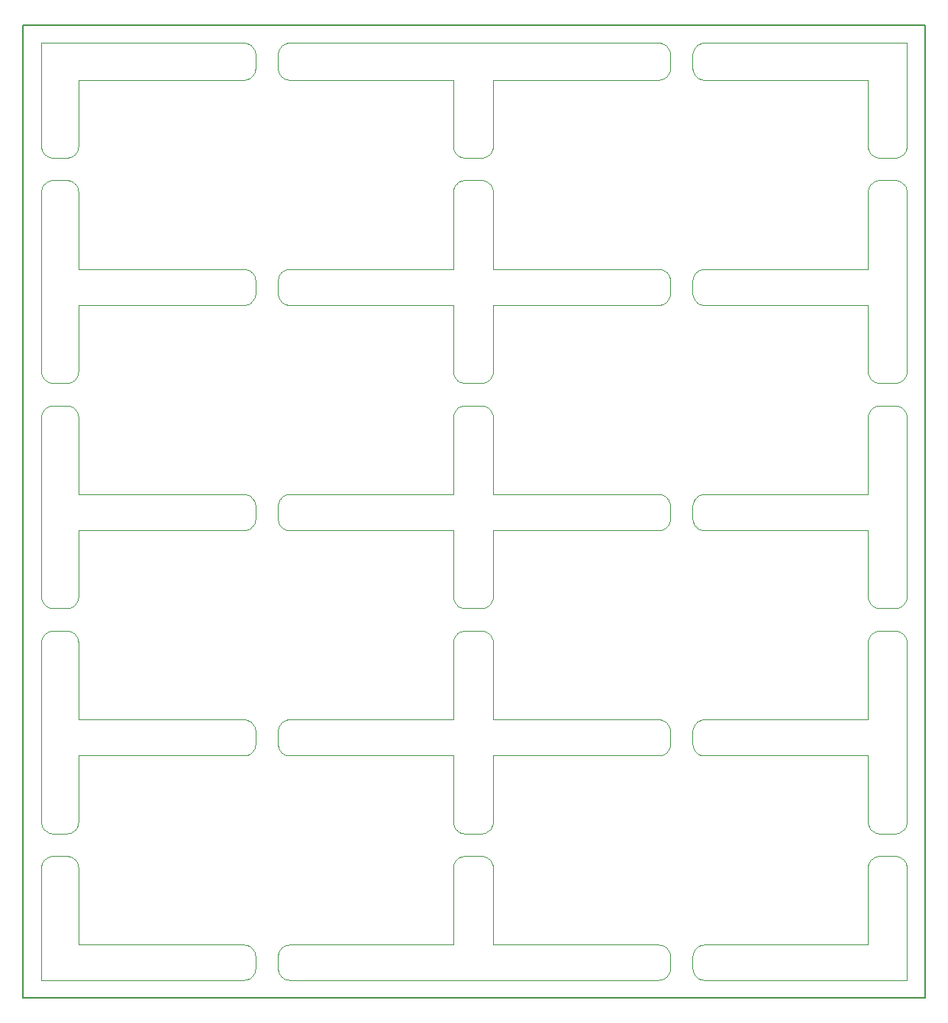
<source format=gbr>
G04 #@! TF.GenerationSoftware,KiCad,Pcbnew,5.0.2-bee76a0~70~ubuntu18.04.1*
G04 #@! TF.CreationDate,2020-03-05T15:15:43+01:00*
G04 #@! TF.ProjectId,output.m3_panel,6f757470-7574-42e6-9d33-5f70616e656c,rev?*
G04 #@! TF.SameCoordinates,Original*
G04 #@! TF.FileFunction,Profile,NP*
%FSLAX46Y46*%
G04 Gerber Fmt 4.6, Leading zero omitted, Abs format (unit mm)*
G04 Created by KiCad (PCBNEW 5.0.2-bee76a0~70~ubuntu18.04.1) date Thu 05 Mar 2020 03:15:43 PM CET*
%MOMM*%
%LPD*%
G01*
G04 APERTURE LIST*
%ADD10C,0.150000*%
%ADD11C,0.100000*%
G04 APERTURE END LIST*
D10*
X98000000Y-156000000D02*
X98000000Y-48000000D01*
X198000000Y-156000000D02*
X98000000Y-156000000D01*
X198000000Y-48000000D02*
X198000000Y-156000000D01*
X98000000Y-48000000D02*
X198000000Y-48000000D01*
D11*
X122499995Y-150100000D02*
X104100000Y-150100000D01*
X127499990Y-150100000D02*
X145700000Y-150100000D01*
X122500000Y-154000000D02*
X100000000Y-154000000D01*
X122500000Y-154000000D02*
X122599704Y-153992313D01*
X122499995Y-150100000D02*
X122599699Y-150107687D01*
X122599704Y-153992313D02*
X122698522Y-153976985D01*
X122599699Y-150107687D02*
X122698517Y-150123015D01*
X122698522Y-153976985D02*
X122795869Y-153954107D01*
X122698517Y-150123015D02*
X122795864Y-150145893D01*
X122795869Y-153954107D02*
X122891169Y-153923814D01*
X122795864Y-150145893D02*
X122891164Y-150176186D01*
X122891169Y-153923814D02*
X122983859Y-153886285D01*
X122891164Y-150176186D02*
X122983854Y-150213715D01*
X122983859Y-153886285D02*
X123073390Y-153841742D01*
X122983854Y-150213715D02*
X123073385Y-150258258D01*
X123073390Y-153841742D02*
X123159232Y-153790449D01*
X123073385Y-150258258D02*
X123159227Y-150309551D01*
X123159232Y-153790449D02*
X123240877Y-153732709D01*
X123159227Y-150309551D02*
X123240872Y-150367291D01*
X123240877Y-153732709D02*
X123317842Y-153668864D01*
X123240872Y-150367291D02*
X123317837Y-150431136D01*
X123317842Y-153668864D02*
X123389672Y-153599292D01*
X123317837Y-150431136D02*
X123389667Y-150500708D01*
X123389672Y-153599292D02*
X123455942Y-153524405D01*
X123389667Y-150500708D02*
X123455937Y-150575595D01*
X123455942Y-153524405D02*
X123516260Y-153444646D01*
X123455937Y-150575595D02*
X123516255Y-150655354D01*
X123516260Y-153444646D02*
X123570269Y-153360487D01*
X123516255Y-150655354D02*
X123570264Y-150739513D01*
X123570269Y-153360487D02*
X123617649Y-153272426D01*
X123570264Y-150739513D02*
X123617644Y-150827574D01*
X123617649Y-153272426D02*
X123658120Y-153180984D01*
X123617644Y-150827574D02*
X123658115Y-150919016D01*
X123658120Y-153180984D02*
X123691442Y-153086702D01*
X123658115Y-150919016D02*
X123691437Y-151013298D01*
X123691442Y-153086702D02*
X123717418Y-152990138D01*
X123691437Y-151013298D02*
X123717413Y-151109862D01*
X123717418Y-152990138D02*
X123735895Y-152891863D01*
X123717413Y-151109862D02*
X123735890Y-151208137D01*
X123735895Y-152891863D02*
X123746763Y-152792458D01*
X123735890Y-151208137D02*
X123746758Y-151307542D01*
X123746763Y-152792458D02*
X123749958Y-152692512D01*
X123746758Y-151307542D02*
X123749953Y-151407488D01*
X123749953Y-151407488D02*
X123749958Y-152692512D01*
X127499990Y-150100000D02*
X127400286Y-150107687D01*
X127500088Y-154000000D02*
X127400384Y-153992313D01*
X127400286Y-150107687D02*
X127301468Y-150123015D01*
X127400384Y-153992313D02*
X127301566Y-153976985D01*
X127301468Y-150123015D02*
X127204121Y-150145893D01*
X127301566Y-153976985D02*
X127204219Y-153954107D01*
X127204121Y-150145893D02*
X127108821Y-150176186D01*
X127204219Y-153954107D02*
X127108919Y-153923814D01*
X127108821Y-150176186D02*
X127016131Y-150213715D01*
X127108919Y-153923814D02*
X127016229Y-153886285D01*
X127016131Y-150213715D02*
X126926600Y-150258258D01*
X127016229Y-153886285D02*
X126926698Y-153841742D01*
X126926600Y-150258258D02*
X126840758Y-150309551D01*
X126926698Y-153841742D02*
X126840856Y-153790449D01*
X126840758Y-150309551D02*
X126759113Y-150367291D01*
X126840856Y-153790449D02*
X126759211Y-153732709D01*
X126759113Y-150367291D02*
X126682148Y-150431136D01*
X126759211Y-153732709D02*
X126682246Y-153668864D01*
X126682148Y-150431136D02*
X126610318Y-150500708D01*
X126682246Y-153668864D02*
X126610416Y-153599292D01*
X126610318Y-150500708D02*
X126544048Y-150575595D01*
X126610416Y-153599292D02*
X126544146Y-153524405D01*
X126544048Y-150575595D02*
X126483730Y-150655354D01*
X126544146Y-153524405D02*
X126483828Y-153444646D01*
X126483730Y-150655354D02*
X126429721Y-150739513D01*
X126483828Y-153444646D02*
X126429819Y-153360487D01*
X126429721Y-150739513D02*
X126382341Y-150827574D01*
X126429819Y-153360487D02*
X126382439Y-153272426D01*
X126382341Y-150827574D02*
X126341870Y-150919016D01*
X126382439Y-153272426D02*
X126341968Y-153180984D01*
X126341870Y-150919016D02*
X126308548Y-151013298D01*
X126341968Y-153180984D02*
X126308646Y-153086702D01*
X126308548Y-151013298D02*
X126282572Y-151109862D01*
X126308646Y-153086702D02*
X126282670Y-152990138D01*
X126282572Y-151109862D02*
X126264095Y-151208137D01*
X126282670Y-152990138D02*
X126264193Y-152891863D01*
X126264095Y-151208137D02*
X126253227Y-151307542D01*
X126264193Y-152891863D02*
X126253325Y-152792458D01*
X126253227Y-151307542D02*
X126250032Y-151407488D01*
X126253325Y-152792458D02*
X126250130Y-152692512D01*
X126250032Y-151407488D02*
X126250130Y-152692512D01*
X168499995Y-150100000D02*
X150100000Y-150100000D01*
X173499990Y-150100000D02*
X191700000Y-150100000D01*
X168499952Y-154000000D02*
X127500088Y-154000000D01*
X173500000Y-154000000D02*
X196000000Y-154000000D01*
X168499995Y-150100000D02*
X168599699Y-150107687D01*
X168499952Y-154000000D02*
X168599656Y-153992313D01*
X168599699Y-150107687D02*
X168698517Y-150123015D01*
X168599656Y-153992313D02*
X168698474Y-153976985D01*
X168698517Y-150123015D02*
X168795864Y-150145893D01*
X168698474Y-153976985D02*
X168795821Y-153954107D01*
X168795864Y-150145893D02*
X168891164Y-150176186D01*
X168795821Y-153954107D02*
X168891121Y-153923814D01*
X168891164Y-150176186D02*
X168983854Y-150213715D01*
X168891121Y-153923814D02*
X168983811Y-153886285D01*
X168983854Y-150213715D02*
X169073385Y-150258258D01*
X168983811Y-153886285D02*
X169073342Y-153841742D01*
X169073385Y-150258258D02*
X169159227Y-150309551D01*
X169073342Y-153841742D02*
X169159184Y-153790449D01*
X169159227Y-150309551D02*
X169240872Y-150367291D01*
X169159184Y-153790449D02*
X169240829Y-153732709D01*
X169240872Y-150367291D02*
X169317837Y-150431136D01*
X169240829Y-153732709D02*
X169317794Y-153668864D01*
X169317837Y-150431136D02*
X169389667Y-150500708D01*
X169317794Y-153668864D02*
X169389624Y-153599292D01*
X169389667Y-150500708D02*
X169455937Y-150575595D01*
X169389624Y-153599292D02*
X169455894Y-153524405D01*
X169455937Y-150575595D02*
X169516255Y-150655354D01*
X169455894Y-153524405D02*
X169516212Y-153444646D01*
X169516255Y-150655354D02*
X169570264Y-150739513D01*
X169516212Y-153444646D02*
X169570221Y-153360487D01*
X169570264Y-150739513D02*
X169617644Y-150827574D01*
X169570221Y-153360487D02*
X169617601Y-153272426D01*
X169617644Y-150827574D02*
X169658115Y-150919016D01*
X169617601Y-153272426D02*
X169658072Y-153180984D01*
X169658115Y-150919016D02*
X169691437Y-151013298D01*
X169658072Y-153180984D02*
X169691394Y-153086702D01*
X169691437Y-151013298D02*
X169717413Y-151109862D01*
X169691394Y-153086702D02*
X169717370Y-152990138D01*
X169717413Y-151109862D02*
X169735890Y-151208137D01*
X169717370Y-152990138D02*
X169735847Y-152891863D01*
X169735890Y-151208137D02*
X169746758Y-151307542D01*
X169735847Y-152891863D02*
X169746715Y-152792458D01*
X169746758Y-151307542D02*
X169749953Y-151407488D01*
X169746715Y-152792458D02*
X169749910Y-152692512D01*
X169749953Y-151407488D02*
X169749910Y-152692512D01*
X173499990Y-150100000D02*
X173400286Y-150107687D01*
X173500000Y-154000000D02*
X173400296Y-153992313D01*
X173400286Y-150107687D02*
X173301468Y-150123015D01*
X173400296Y-153992313D02*
X173301478Y-153976985D01*
X173301468Y-150123015D02*
X173204121Y-150145893D01*
X173301478Y-153976985D02*
X173204131Y-153954107D01*
X173204121Y-150145893D02*
X173108821Y-150176186D01*
X173204131Y-153954107D02*
X173108831Y-153923814D01*
X173108821Y-150176186D02*
X173016131Y-150213715D01*
X173108831Y-153923814D02*
X173016141Y-153886285D01*
X173016131Y-150213715D02*
X172926600Y-150258258D01*
X173016141Y-153886285D02*
X172926610Y-153841742D01*
X172926600Y-150258258D02*
X172840758Y-150309551D01*
X172926610Y-153841742D02*
X172840768Y-153790449D01*
X172840758Y-150309551D02*
X172759113Y-150367291D01*
X172840768Y-153790449D02*
X172759123Y-153732709D01*
X172759113Y-150367291D02*
X172682148Y-150431136D01*
X172759123Y-153732709D02*
X172682158Y-153668864D01*
X172682148Y-150431136D02*
X172610318Y-150500708D01*
X172682158Y-153668864D02*
X172610328Y-153599292D01*
X172610318Y-150500708D02*
X172544048Y-150575595D01*
X172610328Y-153599292D02*
X172544058Y-153524405D01*
X172544048Y-150575595D02*
X172483730Y-150655354D01*
X172544058Y-153524405D02*
X172483740Y-153444646D01*
X172483730Y-150655354D02*
X172429721Y-150739513D01*
X172483740Y-153444646D02*
X172429731Y-153360487D01*
X172429721Y-150739513D02*
X172382341Y-150827574D01*
X172429731Y-153360487D02*
X172382351Y-153272426D01*
X172382341Y-150827574D02*
X172341870Y-150919016D01*
X172382351Y-153272426D02*
X172341880Y-153180984D01*
X172341870Y-150919016D02*
X172308548Y-151013298D01*
X172341880Y-153180984D02*
X172308558Y-153086702D01*
X172308548Y-151013298D02*
X172282572Y-151109862D01*
X172308558Y-153086702D02*
X172282582Y-152990138D01*
X172282572Y-151109862D02*
X172264095Y-151208137D01*
X172282582Y-152990138D02*
X172264105Y-152891863D01*
X172264095Y-151208137D02*
X172253227Y-151307542D01*
X172264105Y-152891863D02*
X172253237Y-152792458D01*
X172253227Y-151307542D02*
X172250032Y-151407488D01*
X172253237Y-152792458D02*
X172250042Y-152692512D01*
X172250032Y-151407488D02*
X172250042Y-152692512D01*
X191700000Y-141499998D02*
X191700000Y-150100000D01*
X191700000Y-136500002D02*
X191700000Y-129100000D01*
X196000000Y-141500013D02*
X196000000Y-154000000D01*
X191700000Y-141499998D02*
X191707687Y-141400294D01*
X196000000Y-141500013D02*
X195992313Y-141400309D01*
X191707687Y-141400294D02*
X191723015Y-141301476D01*
X195992313Y-141400309D02*
X195976985Y-141301491D01*
X191723015Y-141301476D02*
X191745893Y-141204129D01*
X195976985Y-141301491D02*
X195954107Y-141204144D01*
X191745893Y-141204129D02*
X191776186Y-141108829D01*
X195954107Y-141204144D02*
X195923814Y-141108844D01*
X191776186Y-141108829D02*
X191813715Y-141016139D01*
X195923814Y-141108844D02*
X195886285Y-141016154D01*
X191813715Y-141016139D02*
X191858258Y-140926608D01*
X195886285Y-141016154D02*
X195841742Y-140926623D01*
X191858258Y-140926608D02*
X191909551Y-140840766D01*
X195841742Y-140926623D02*
X195790449Y-140840781D01*
X191909551Y-140840766D02*
X191967291Y-140759121D01*
X195790449Y-140840781D02*
X195732709Y-140759136D01*
X191967291Y-140759121D02*
X192031136Y-140682156D01*
X195732709Y-140759136D02*
X195668864Y-140682171D01*
X192031136Y-140682156D02*
X192100708Y-140610326D01*
X195668864Y-140682171D02*
X195599292Y-140610341D01*
X192100708Y-140610326D02*
X192175595Y-140544056D01*
X195599292Y-140610341D02*
X195524405Y-140544071D01*
X192175595Y-140544056D02*
X192255354Y-140483738D01*
X195524405Y-140544071D02*
X195444646Y-140483753D01*
X192255354Y-140483738D02*
X192339513Y-140429729D01*
X195444646Y-140483753D02*
X195360487Y-140429744D01*
X192339513Y-140429729D02*
X192427574Y-140382349D01*
X195360487Y-140429744D02*
X195272426Y-140382364D01*
X192427574Y-140382349D02*
X192519016Y-140341878D01*
X195272426Y-140382364D02*
X195180984Y-140341893D01*
X192519016Y-140341878D02*
X192613298Y-140308556D01*
X195180984Y-140341893D02*
X195086702Y-140308571D01*
X192613298Y-140308556D02*
X192709862Y-140282580D01*
X195086702Y-140308571D02*
X194990138Y-140282595D01*
X192709862Y-140282580D02*
X192808137Y-140264103D01*
X194990138Y-140282595D02*
X194891863Y-140264118D01*
X192808137Y-140264103D02*
X192907542Y-140253235D01*
X194891863Y-140264118D02*
X194792458Y-140253250D01*
X192907542Y-140253235D02*
X193007488Y-140250040D01*
X194792458Y-140253250D02*
X194692512Y-140250055D01*
X193007488Y-140250040D02*
X194692512Y-140250055D01*
X191700000Y-136500002D02*
X191707687Y-136599706D01*
X196000000Y-136499990D02*
X195992313Y-136599694D01*
X191707687Y-136599706D02*
X191723015Y-136698524D01*
X195992313Y-136599694D02*
X195976985Y-136698512D01*
X191723015Y-136698524D02*
X191745893Y-136795871D01*
X195976985Y-136698512D02*
X195954107Y-136795859D01*
X191745893Y-136795871D02*
X191776186Y-136891171D01*
X195954107Y-136795859D02*
X195923814Y-136891159D01*
X191776186Y-136891171D02*
X191813715Y-136983861D01*
X195923814Y-136891159D02*
X195886285Y-136983849D01*
X191813715Y-136983861D02*
X191858258Y-137073392D01*
X195886285Y-136983849D02*
X195841742Y-137073380D01*
X191858258Y-137073392D02*
X191909551Y-137159234D01*
X195841742Y-137073380D02*
X195790449Y-137159222D01*
X191909551Y-137159234D02*
X191967291Y-137240879D01*
X195790449Y-137159222D02*
X195732709Y-137240867D01*
X191967291Y-137240879D02*
X192031136Y-137317844D01*
X195732709Y-137240867D02*
X195668864Y-137317832D01*
X192031136Y-137317844D02*
X192100708Y-137389674D01*
X195668864Y-137317832D02*
X195599292Y-137389662D01*
X192100708Y-137389674D02*
X192175595Y-137455944D01*
X195599292Y-137389662D02*
X195524405Y-137455932D01*
X192175595Y-137455944D02*
X192255354Y-137516262D01*
X195524405Y-137455932D02*
X195444646Y-137516250D01*
X192255354Y-137516262D02*
X192339513Y-137570271D01*
X195444646Y-137516250D02*
X195360487Y-137570259D01*
X192339513Y-137570271D02*
X192427574Y-137617651D01*
X195360487Y-137570259D02*
X195272426Y-137617639D01*
X192427574Y-137617651D02*
X192519016Y-137658122D01*
X195272426Y-137617639D02*
X195180984Y-137658110D01*
X192519016Y-137658122D02*
X192613298Y-137691444D01*
X195180984Y-137658110D02*
X195086702Y-137691432D01*
X192613298Y-137691444D02*
X192709862Y-137717420D01*
X195086702Y-137691432D02*
X194990138Y-137717408D01*
X192709862Y-137717420D02*
X192808137Y-137735897D01*
X194990138Y-137717408D02*
X194891863Y-137735885D01*
X192808137Y-137735897D02*
X192907542Y-137746765D01*
X194891863Y-137735885D02*
X194792458Y-137746753D01*
X192907542Y-137746765D02*
X193007488Y-137749960D01*
X194792458Y-137746753D02*
X194692512Y-137749948D01*
X193007488Y-137749960D02*
X194692512Y-137749948D01*
X191700000Y-116499998D02*
X191700000Y-125100000D01*
X191700000Y-111500002D02*
X191700000Y-104100000D01*
X196000000Y-116499975D02*
X196000000Y-136499990D01*
X196000000Y-116499975D02*
X195992313Y-116400271D01*
X191700000Y-116499998D02*
X191707687Y-116400294D01*
X195992313Y-116400271D02*
X195976985Y-116301453D01*
X191707687Y-116400294D02*
X191723015Y-116301476D01*
X195976985Y-116301453D02*
X195954107Y-116204106D01*
X191723015Y-116301476D02*
X191745893Y-116204129D01*
X195954107Y-116204106D02*
X195923814Y-116108806D01*
X191745893Y-116204129D02*
X191776186Y-116108829D01*
X195923814Y-116108806D02*
X195886285Y-116016116D01*
X191776186Y-116108829D02*
X191813715Y-116016139D01*
X195886285Y-116016116D02*
X195841742Y-115926585D01*
X191813715Y-116016139D02*
X191858258Y-115926608D01*
X195841742Y-115926585D02*
X195790449Y-115840743D01*
X191858258Y-115926608D02*
X191909551Y-115840766D01*
X195790449Y-115840743D02*
X195732709Y-115759098D01*
X191909551Y-115840766D02*
X191967291Y-115759121D01*
X195732709Y-115759098D02*
X195668864Y-115682133D01*
X191967291Y-115759121D02*
X192031136Y-115682156D01*
X195668864Y-115682133D02*
X195599292Y-115610303D01*
X192031136Y-115682156D02*
X192100708Y-115610326D01*
X195599292Y-115610303D02*
X195524405Y-115544033D01*
X192100708Y-115610326D02*
X192175595Y-115544056D01*
X195524405Y-115544033D02*
X195444646Y-115483715D01*
X192175595Y-115544056D02*
X192255354Y-115483738D01*
X195444646Y-115483715D02*
X195360487Y-115429706D01*
X192255354Y-115483738D02*
X192339513Y-115429729D01*
X195360487Y-115429706D02*
X195272426Y-115382326D01*
X192339513Y-115429729D02*
X192427574Y-115382349D01*
X195272426Y-115382326D02*
X195180984Y-115341855D01*
X192427574Y-115382349D02*
X192519016Y-115341878D01*
X195180984Y-115341855D02*
X195086702Y-115308533D01*
X192519016Y-115341878D02*
X192613298Y-115308556D01*
X195086702Y-115308533D02*
X194990138Y-115282557D01*
X192613298Y-115308556D02*
X192709862Y-115282580D01*
X194990138Y-115282557D02*
X194891863Y-115264080D01*
X192709862Y-115282580D02*
X192808137Y-115264103D01*
X194891863Y-115264080D02*
X194792458Y-115253212D01*
X192808137Y-115264103D02*
X192907542Y-115253235D01*
X194792458Y-115253212D02*
X194692512Y-115250017D01*
X192907542Y-115253235D02*
X193007488Y-115250040D01*
X193007488Y-115250040D02*
X194692512Y-115250017D01*
X196000000Y-111500000D02*
X195992313Y-111599704D01*
X191700000Y-111500002D02*
X191707687Y-111599706D01*
X195992313Y-111599704D02*
X195976985Y-111698522D01*
X191707687Y-111599706D02*
X191723015Y-111698524D01*
X195976985Y-111698522D02*
X195954107Y-111795869D01*
X191723015Y-111698524D02*
X191745893Y-111795871D01*
X195954107Y-111795869D02*
X195923814Y-111891169D01*
X191745893Y-111795871D02*
X191776186Y-111891171D01*
X195923814Y-111891169D02*
X195886285Y-111983859D01*
X191776186Y-111891171D02*
X191813715Y-111983861D01*
X195886285Y-111983859D02*
X195841742Y-112073390D01*
X191813715Y-111983861D02*
X191858258Y-112073392D01*
X191858258Y-112073392D02*
X191909551Y-112159234D01*
X195841742Y-112073390D02*
X195790449Y-112159232D01*
X191909551Y-112159234D02*
X191967291Y-112240879D01*
X195790449Y-112159232D02*
X195732709Y-112240877D01*
X191967291Y-112240879D02*
X192031136Y-112317844D01*
X195732709Y-112240877D02*
X195668864Y-112317842D01*
X192031136Y-112317844D02*
X192100708Y-112389674D01*
X195668864Y-112317842D02*
X195599292Y-112389672D01*
X192100708Y-112389674D02*
X192175595Y-112455944D01*
X195599292Y-112389672D02*
X195524405Y-112455942D01*
X192175595Y-112455944D02*
X192255354Y-112516262D01*
X195524405Y-112455942D02*
X195444646Y-112516260D01*
X192255354Y-112516262D02*
X192339513Y-112570271D01*
X195444646Y-112516260D02*
X195360487Y-112570269D01*
X192339513Y-112570271D02*
X192427574Y-112617651D01*
X195360487Y-112570269D02*
X195272426Y-112617649D01*
X192427574Y-112617651D02*
X192519016Y-112658122D01*
X195272426Y-112617649D02*
X195180984Y-112658120D01*
X192519016Y-112658122D02*
X192613298Y-112691444D01*
X195180984Y-112658120D02*
X195086702Y-112691442D01*
X192613298Y-112691444D02*
X192709862Y-112717420D01*
X195086702Y-112691442D02*
X194990138Y-112717418D01*
X192709862Y-112717420D02*
X192808137Y-112735897D01*
X194990138Y-112717418D02*
X194891863Y-112735895D01*
X192808137Y-112735897D02*
X192907542Y-112746765D01*
X194891863Y-112735895D02*
X194792458Y-112746763D01*
X192907542Y-112746765D02*
X193007488Y-112749960D01*
X194792458Y-112746763D02*
X194692512Y-112749958D01*
X193007488Y-112749960D02*
X194692512Y-112749958D01*
X191700000Y-91499998D02*
X191700000Y-100100000D01*
X191700000Y-86500002D02*
X191700000Y-79100000D01*
X196000000Y-91499975D02*
X196000000Y-111500000D01*
X196000000Y-91499975D02*
X195992313Y-91400271D01*
X191700000Y-91499998D02*
X191707687Y-91400294D01*
X195992313Y-91400271D02*
X195976985Y-91301453D01*
X191707687Y-91400294D02*
X191723015Y-91301476D01*
X195976985Y-91301453D02*
X195954107Y-91204106D01*
X191723015Y-91301476D02*
X191745893Y-91204129D01*
X195954107Y-91204106D02*
X195923814Y-91108806D01*
X191745893Y-91204129D02*
X191776186Y-91108829D01*
X195923814Y-91108806D02*
X195886285Y-91016116D01*
X191776186Y-91108829D02*
X191813715Y-91016139D01*
X195886285Y-91016116D02*
X195841742Y-90926585D01*
X191813715Y-91016139D02*
X191858258Y-90926608D01*
X195841742Y-90926585D02*
X195790449Y-90840743D01*
X191858258Y-90926608D02*
X191909551Y-90840766D01*
X195790449Y-90840743D02*
X195732709Y-90759098D01*
X191909551Y-90840766D02*
X191967291Y-90759121D01*
X195732709Y-90759098D02*
X195668864Y-90682133D01*
X191967291Y-90759121D02*
X192031136Y-90682156D01*
X195668864Y-90682133D02*
X195599292Y-90610303D01*
X192031136Y-90682156D02*
X192100708Y-90610326D01*
X195599292Y-90610303D02*
X195524405Y-90544033D01*
X192100708Y-90610326D02*
X192175595Y-90544056D01*
X195524405Y-90544033D02*
X195444646Y-90483715D01*
X192175595Y-90544056D02*
X192255354Y-90483738D01*
X195444646Y-90483715D02*
X195360487Y-90429706D01*
X192255354Y-90483738D02*
X192339513Y-90429729D01*
X195360487Y-90429706D02*
X195272426Y-90382326D01*
X192339513Y-90429729D02*
X192427574Y-90382349D01*
X195272426Y-90382326D02*
X195180984Y-90341855D01*
X192427574Y-90382349D02*
X192519016Y-90341878D01*
X195180984Y-90341855D02*
X195086702Y-90308533D01*
X192519016Y-90341878D02*
X192613298Y-90308556D01*
X195086702Y-90308533D02*
X194990138Y-90282557D01*
X192613298Y-90308556D02*
X192709862Y-90282580D01*
X194990138Y-90282557D02*
X194891863Y-90264080D01*
X192709862Y-90282580D02*
X192808137Y-90264103D01*
X194891863Y-90264080D02*
X194792458Y-90253212D01*
X192808137Y-90264103D02*
X192907542Y-90253235D01*
X194792458Y-90253212D02*
X194692512Y-90250017D01*
X192907542Y-90253235D02*
X193007488Y-90250040D01*
X193007488Y-90250040D02*
X194692512Y-90250017D01*
X196000000Y-86500002D02*
X195992313Y-86599706D01*
X191700000Y-86500002D02*
X191707687Y-86599706D01*
X195992313Y-86599706D02*
X195976985Y-86698524D01*
X191707687Y-86599706D02*
X191723015Y-86698524D01*
X195976985Y-86698524D02*
X195954107Y-86795871D01*
X191723015Y-86698524D02*
X191745893Y-86795871D01*
X195954107Y-86795871D02*
X195923814Y-86891171D01*
X191745893Y-86795871D02*
X191776186Y-86891171D01*
X195923814Y-86891171D02*
X195886285Y-86983861D01*
X191776186Y-86891171D02*
X191813715Y-86983861D01*
X195886285Y-86983861D02*
X195841742Y-87073392D01*
X191813715Y-86983861D02*
X191858258Y-87073392D01*
X195841742Y-87073392D02*
X195790449Y-87159234D01*
X191858258Y-87073392D02*
X191909551Y-87159234D01*
X195790449Y-87159234D02*
X195732709Y-87240879D01*
X191909551Y-87159234D02*
X191967291Y-87240879D01*
X195732709Y-87240879D02*
X195668864Y-87317844D01*
X191967291Y-87240879D02*
X192031136Y-87317844D01*
X195668864Y-87317844D02*
X195599292Y-87389674D01*
X192031136Y-87317844D02*
X192100708Y-87389674D01*
X195599292Y-87389674D02*
X195524405Y-87455944D01*
X192100708Y-87389674D02*
X192175595Y-87455944D01*
X195524405Y-87455944D02*
X195444646Y-87516262D01*
X192175595Y-87455944D02*
X192255354Y-87516262D01*
X195444646Y-87516262D02*
X195360487Y-87570271D01*
X192255354Y-87516262D02*
X192339513Y-87570271D01*
X195360487Y-87570271D02*
X195272426Y-87617651D01*
X192339513Y-87570271D02*
X192427574Y-87617651D01*
X195272426Y-87617651D02*
X195180984Y-87658122D01*
X192427574Y-87617651D02*
X192519016Y-87658122D01*
X195180984Y-87658122D02*
X195086702Y-87691444D01*
X192519016Y-87658122D02*
X192613298Y-87691444D01*
X195086702Y-87691444D02*
X194990138Y-87717420D01*
X192613298Y-87691444D02*
X192709862Y-87717420D01*
X194990138Y-87717420D02*
X194891863Y-87735897D01*
X192709862Y-87717420D02*
X192808137Y-87735897D01*
X194891863Y-87735897D02*
X194792458Y-87746765D01*
X192808137Y-87735897D02*
X192907542Y-87746765D01*
X194792458Y-87746765D02*
X194692512Y-87749960D01*
X192907542Y-87746765D02*
X193007488Y-87749960D01*
X193007488Y-87749960D02*
X194692512Y-87749960D01*
X191700000Y-66499998D02*
X191700000Y-75100000D01*
X191700000Y-61500002D02*
X191700000Y-54100000D01*
X196000000Y-66499975D02*
X196000000Y-86500002D01*
X196000000Y-61499985D02*
X196000000Y-50000000D01*
X196000000Y-66499975D02*
X195992313Y-66400271D01*
X191700000Y-66499998D02*
X191707687Y-66400294D01*
X195992313Y-66400271D02*
X195976985Y-66301453D01*
X191707687Y-66400294D02*
X191723015Y-66301476D01*
X195976985Y-66301453D02*
X195954107Y-66204106D01*
X191723015Y-66301476D02*
X191745893Y-66204129D01*
X195954107Y-66204106D02*
X195923814Y-66108806D01*
X191745893Y-66204129D02*
X191776186Y-66108829D01*
X195923814Y-66108806D02*
X195886285Y-66016116D01*
X191776186Y-66108829D02*
X191813715Y-66016139D01*
X195886285Y-66016116D02*
X195841742Y-65926585D01*
X191813715Y-66016139D02*
X191858258Y-65926608D01*
X195841742Y-65926585D02*
X195790449Y-65840743D01*
X191858258Y-65926608D02*
X191909551Y-65840766D01*
X195790449Y-65840743D02*
X195732709Y-65759098D01*
X191909551Y-65840766D02*
X191967291Y-65759121D01*
X195732709Y-65759098D02*
X195668864Y-65682133D01*
X191967291Y-65759121D02*
X192031136Y-65682156D01*
X195668864Y-65682133D02*
X195599292Y-65610303D01*
X192031136Y-65682156D02*
X192100708Y-65610326D01*
X195599292Y-65610303D02*
X195524405Y-65544033D01*
X192100708Y-65610326D02*
X192175595Y-65544056D01*
X195524405Y-65544033D02*
X195444646Y-65483715D01*
X192175595Y-65544056D02*
X192255354Y-65483738D01*
X195444646Y-65483715D02*
X195360487Y-65429706D01*
X192255354Y-65483738D02*
X192339513Y-65429729D01*
X195360487Y-65429706D02*
X195272426Y-65382326D01*
X192339513Y-65429729D02*
X192427574Y-65382349D01*
X195272426Y-65382326D02*
X195180984Y-65341855D01*
X192427574Y-65382349D02*
X192519016Y-65341878D01*
X195180984Y-65341855D02*
X195086702Y-65308533D01*
X192519016Y-65341878D02*
X192613298Y-65308556D01*
X195086702Y-65308533D02*
X194990138Y-65282557D01*
X192613298Y-65308556D02*
X192709862Y-65282580D01*
X194990138Y-65282557D02*
X194891863Y-65264080D01*
X192709862Y-65282580D02*
X192808137Y-65264103D01*
X194891863Y-65264080D02*
X194792458Y-65253212D01*
X192808137Y-65264103D02*
X192907542Y-65253235D01*
X194792458Y-65253212D02*
X194692512Y-65250017D01*
X192907542Y-65253235D02*
X193007488Y-65250040D01*
X193007488Y-65250040D02*
X194692512Y-65250017D01*
X191700000Y-61500002D02*
X191707687Y-61599706D01*
X196000000Y-61499985D02*
X195992313Y-61599689D01*
X191707687Y-61599706D02*
X191723015Y-61698524D01*
X195992313Y-61599689D02*
X195976985Y-61698507D01*
X191723015Y-61698524D02*
X191745893Y-61795871D01*
X195976985Y-61698507D02*
X195954107Y-61795854D01*
X191745893Y-61795871D02*
X191776186Y-61891171D01*
X195954107Y-61795854D02*
X195923814Y-61891154D01*
X191776186Y-61891171D02*
X191813715Y-61983861D01*
X195923814Y-61891154D02*
X195886285Y-61983844D01*
X191813715Y-61983861D02*
X191858258Y-62073392D01*
X195886285Y-61983844D02*
X195841742Y-62073375D01*
X191858258Y-62073392D02*
X191909551Y-62159234D01*
X195841742Y-62073375D02*
X195790449Y-62159217D01*
X191909551Y-62159234D02*
X191967291Y-62240879D01*
X195790449Y-62159217D02*
X195732709Y-62240862D01*
X191967291Y-62240879D02*
X192031136Y-62317844D01*
X195732709Y-62240862D02*
X195668864Y-62317827D01*
X192031136Y-62317844D02*
X192100708Y-62389674D01*
X195668864Y-62317827D02*
X195599292Y-62389657D01*
X192100708Y-62389674D02*
X192175595Y-62455944D01*
X195599292Y-62389657D02*
X195524405Y-62455927D01*
X192175595Y-62455944D02*
X192255354Y-62516262D01*
X195524405Y-62455927D02*
X195444646Y-62516245D01*
X192255354Y-62516262D02*
X192339513Y-62570271D01*
X195444646Y-62516245D02*
X195360487Y-62570254D01*
X192339513Y-62570271D02*
X192427574Y-62617651D01*
X195360487Y-62570254D02*
X195272426Y-62617634D01*
X192427574Y-62617651D02*
X192519016Y-62658122D01*
X195272426Y-62617634D02*
X195180984Y-62658105D01*
X192519016Y-62658122D02*
X192613298Y-62691444D01*
X195180984Y-62658105D02*
X195086702Y-62691427D01*
X192613298Y-62691444D02*
X192709862Y-62717420D01*
X195086702Y-62691427D02*
X194990138Y-62717403D01*
X192709862Y-62717420D02*
X192808137Y-62735897D01*
X194990138Y-62717403D02*
X194891863Y-62735880D01*
X192808137Y-62735897D02*
X192907542Y-62746765D01*
X194891863Y-62735880D02*
X194792458Y-62746748D01*
X192907542Y-62746765D02*
X193007488Y-62749960D01*
X194792458Y-62746748D02*
X194692512Y-62749943D01*
X193007488Y-62749960D02*
X194692512Y-62749943D01*
X173499990Y-129100000D02*
X191700000Y-129100000D01*
X168499995Y-129100000D02*
X150100000Y-129100000D01*
X168499995Y-125100000D02*
X150100000Y-125100000D01*
X173499990Y-125100000D02*
X191700000Y-125100000D01*
X173499990Y-125100000D02*
X173400286Y-125107687D01*
X173499990Y-129100000D02*
X173400286Y-129092313D01*
X173400286Y-125107687D02*
X173301468Y-125123015D01*
X173400286Y-129092313D02*
X173301468Y-129076985D01*
X173301468Y-125123015D02*
X173204121Y-125145893D01*
X173301468Y-129076985D02*
X173204121Y-129054107D01*
X173204121Y-125145893D02*
X173108821Y-125176186D01*
X173204121Y-129054107D02*
X173108821Y-129023814D01*
X173108821Y-125176186D02*
X173016131Y-125213715D01*
X173108821Y-129023814D02*
X173016131Y-128986285D01*
X173016131Y-125213715D02*
X172926600Y-125258258D01*
X173016131Y-128986285D02*
X172926600Y-128941742D01*
X172926600Y-125258258D02*
X172840758Y-125309551D01*
X172926600Y-128941742D02*
X172840758Y-128890449D01*
X172840758Y-125309551D02*
X172759113Y-125367291D01*
X172840758Y-128890449D02*
X172759113Y-128832709D01*
X172759113Y-125367291D02*
X172682148Y-125431136D01*
X172759113Y-128832709D02*
X172682148Y-128768864D01*
X172682148Y-125431136D02*
X172610318Y-125500708D01*
X172682148Y-128768864D02*
X172610318Y-128699292D01*
X172610318Y-125500708D02*
X172544048Y-125575595D01*
X172610318Y-128699292D02*
X172544048Y-128624405D01*
X172544048Y-125575595D02*
X172483730Y-125655354D01*
X172544048Y-128624405D02*
X172483730Y-128544646D01*
X172483730Y-125655354D02*
X172429721Y-125739513D01*
X172483730Y-128544646D02*
X172429721Y-128460487D01*
X172429721Y-125739513D02*
X172382341Y-125827574D01*
X172429721Y-128460487D02*
X172382341Y-128372426D01*
X172382341Y-125827574D02*
X172341870Y-125919016D01*
X172382341Y-128372426D02*
X172341870Y-128280984D01*
X172341870Y-125919016D02*
X172308548Y-126013298D01*
X172341870Y-128280984D02*
X172308548Y-128186702D01*
X172308548Y-126013298D02*
X172282572Y-126109862D01*
X172308548Y-128186702D02*
X172282572Y-128090138D01*
X172282572Y-126109862D02*
X172264095Y-126208137D01*
X172282572Y-128090138D02*
X172264095Y-127991863D01*
X172264095Y-126208137D02*
X172253227Y-126307542D01*
X172264095Y-127991863D02*
X172253227Y-127892458D01*
X172253227Y-126307542D02*
X172250032Y-126407488D01*
X172253227Y-127892458D02*
X172250032Y-127792512D01*
X172250032Y-127792512D02*
X172250032Y-126407488D01*
X168499995Y-125100000D02*
X168599699Y-125107687D01*
X168499995Y-129100000D02*
X168599699Y-129092313D01*
X168599699Y-125107687D02*
X168698517Y-125123015D01*
X168599699Y-129092313D02*
X168698517Y-129076985D01*
X168698517Y-125123015D02*
X168795864Y-125145893D01*
X168698517Y-129076985D02*
X168795864Y-129054107D01*
X168795864Y-125145893D02*
X168891164Y-125176186D01*
X168795864Y-129054107D02*
X168891164Y-129023814D01*
X168891164Y-125176186D02*
X168983854Y-125213715D01*
X168891164Y-129023814D02*
X168983854Y-128986285D01*
X168983854Y-125213715D02*
X169073385Y-125258258D01*
X168983854Y-128986285D02*
X169073385Y-128941742D01*
X169073385Y-125258258D02*
X169159227Y-125309551D01*
X169073385Y-128941742D02*
X169159227Y-128890449D01*
X169159227Y-125309551D02*
X169240872Y-125367291D01*
X169159227Y-128890449D02*
X169240872Y-128832709D01*
X169240872Y-125367291D02*
X169317837Y-125431136D01*
X169240872Y-128832709D02*
X169317837Y-128768864D01*
X169317837Y-125431136D02*
X169389667Y-125500708D01*
X169317837Y-128768864D02*
X169389667Y-128699292D01*
X169389667Y-125500708D02*
X169455937Y-125575595D01*
X169389667Y-128699292D02*
X169455937Y-128624405D01*
X169455937Y-125575595D02*
X169516255Y-125655354D01*
X169455937Y-128624405D02*
X169516255Y-128544646D01*
X169516255Y-125655354D02*
X169570264Y-125739513D01*
X169516255Y-128544646D02*
X169570264Y-128460487D01*
X169570264Y-125739513D02*
X169617644Y-125827574D01*
X169570264Y-128460487D02*
X169617644Y-128372426D01*
X169617644Y-125827574D02*
X169658115Y-125919016D01*
X169617644Y-128372426D02*
X169658115Y-128280984D01*
X169658115Y-125919016D02*
X169691437Y-126013298D01*
X169658115Y-128280984D02*
X169691437Y-128186702D01*
X169691437Y-126013298D02*
X169717413Y-126109862D01*
X169691437Y-128186702D02*
X169717413Y-128090138D01*
X169717413Y-126109862D02*
X169735890Y-126208137D01*
X169717413Y-128090138D02*
X169735890Y-127991863D01*
X169735890Y-126208137D02*
X169746758Y-126307542D01*
X169735890Y-127991863D02*
X169746758Y-127892458D01*
X169746758Y-126307542D02*
X169749953Y-126407488D01*
X169746758Y-127892458D02*
X169749953Y-127792512D01*
X169749953Y-127792512D02*
X169749953Y-126407488D01*
X127499990Y-129100000D02*
X145700000Y-129100000D01*
X122499995Y-129100000D02*
X104100000Y-129100000D01*
X122499995Y-125100000D02*
X104100000Y-125100000D01*
X127499990Y-125100000D02*
X145700000Y-125100000D01*
X127499990Y-125100000D02*
X127400286Y-125107687D01*
X127499990Y-129100000D02*
X127400286Y-129092313D01*
X127400286Y-125107687D02*
X127301468Y-125123015D01*
X127400286Y-129092313D02*
X127301468Y-129076985D01*
X127301468Y-125123015D02*
X127204121Y-125145893D01*
X127301468Y-129076985D02*
X127204121Y-129054107D01*
X127204121Y-125145893D02*
X127108821Y-125176186D01*
X127204121Y-129054107D02*
X127108821Y-129023814D01*
X127108821Y-125176186D02*
X127016131Y-125213715D01*
X127108821Y-129023814D02*
X127016131Y-128986285D01*
X127016131Y-125213715D02*
X126926600Y-125258258D01*
X127016131Y-128986285D02*
X126926600Y-128941742D01*
X126926600Y-125258258D02*
X126840758Y-125309551D01*
X126926600Y-128941742D02*
X126840758Y-128890449D01*
X126840758Y-125309551D02*
X126759113Y-125367291D01*
X126840758Y-128890449D02*
X126759113Y-128832709D01*
X126759113Y-125367291D02*
X126682148Y-125431136D01*
X126759113Y-128832709D02*
X126682148Y-128768864D01*
X126682148Y-125431136D02*
X126610318Y-125500708D01*
X126682148Y-128768864D02*
X126610318Y-128699292D01*
X126610318Y-125500708D02*
X126544048Y-125575595D01*
X126610318Y-128699292D02*
X126544048Y-128624405D01*
X126544048Y-125575595D02*
X126483730Y-125655354D01*
X126544048Y-128624405D02*
X126483730Y-128544646D01*
X126483730Y-125655354D02*
X126429721Y-125739513D01*
X126483730Y-128544646D02*
X126429721Y-128460487D01*
X126429721Y-125739513D02*
X126382341Y-125827574D01*
X126429721Y-128460487D02*
X126382341Y-128372426D01*
X126382341Y-125827574D02*
X126341870Y-125919016D01*
X126382341Y-128372426D02*
X126341870Y-128280984D01*
X126341870Y-125919016D02*
X126308548Y-126013298D01*
X126341870Y-128280984D02*
X126308548Y-128186702D01*
X126308548Y-126013298D02*
X126282572Y-126109862D01*
X126308548Y-128186702D02*
X126282572Y-128090138D01*
X126282572Y-126109862D02*
X126264095Y-126208137D01*
X126282572Y-128090138D02*
X126264095Y-127991863D01*
X126264095Y-126208137D02*
X126253227Y-126307542D01*
X126264095Y-127991863D02*
X126253227Y-127892458D01*
X126253227Y-126307542D02*
X126250032Y-126407488D01*
X126253227Y-127892458D02*
X126250032Y-127792512D01*
X126250032Y-127792512D02*
X126250032Y-126407488D01*
X122499995Y-125100000D02*
X122599699Y-125107687D01*
X122499995Y-129100000D02*
X122599699Y-129092313D01*
X122599699Y-125107687D02*
X122698517Y-125123015D01*
X122599699Y-129092313D02*
X122698517Y-129076985D01*
X122698517Y-125123015D02*
X122795864Y-125145893D01*
X122698517Y-129076985D02*
X122795864Y-129054107D01*
X122795864Y-125145893D02*
X122891164Y-125176186D01*
X122795864Y-129054107D02*
X122891164Y-129023814D01*
X122891164Y-125176186D02*
X122983854Y-125213715D01*
X122891164Y-129023814D02*
X122983854Y-128986285D01*
X122983854Y-125213715D02*
X123073385Y-125258258D01*
X122983854Y-128986285D02*
X123073385Y-128941742D01*
X123073385Y-125258258D02*
X123159227Y-125309551D01*
X123073385Y-128941742D02*
X123159227Y-128890449D01*
X123159227Y-125309551D02*
X123240872Y-125367291D01*
X123159227Y-128890449D02*
X123240872Y-128832709D01*
X123240872Y-125367291D02*
X123317837Y-125431136D01*
X123240872Y-128832709D02*
X123317837Y-128768864D01*
X123317837Y-125431136D02*
X123389667Y-125500708D01*
X123317837Y-128768864D02*
X123389667Y-128699292D01*
X123389667Y-125500708D02*
X123455937Y-125575595D01*
X123389667Y-128699292D02*
X123455937Y-128624405D01*
X123455937Y-125575595D02*
X123516255Y-125655354D01*
X123455937Y-128624405D02*
X123516255Y-128544646D01*
X123516255Y-125655354D02*
X123570264Y-125739513D01*
X123516255Y-128544646D02*
X123570264Y-128460487D01*
X123570264Y-125739513D02*
X123617644Y-125827574D01*
X123570264Y-128460487D02*
X123617644Y-128372426D01*
X123617644Y-125827574D02*
X123658115Y-125919016D01*
X123617644Y-128372426D02*
X123658115Y-128280984D01*
X123658115Y-125919016D02*
X123691437Y-126013298D01*
X123658115Y-128280984D02*
X123691437Y-128186702D01*
X123691437Y-126013298D02*
X123717413Y-126109862D01*
X123691437Y-128186702D02*
X123717413Y-128090138D01*
X123717413Y-126109862D02*
X123735890Y-126208137D01*
X123717413Y-128090138D02*
X123735890Y-127991863D01*
X123735890Y-126208137D02*
X123746758Y-126307542D01*
X123735890Y-127991863D02*
X123746758Y-127892458D01*
X123746758Y-126307542D02*
X123749953Y-126407488D01*
X123746758Y-127892458D02*
X123749953Y-127792512D01*
X123749953Y-127792512D02*
X123749953Y-126407488D01*
X173499990Y-104100000D02*
X191700000Y-104100000D01*
X168499995Y-104100000D02*
X150100000Y-104100000D01*
X168499995Y-100100000D02*
X150100000Y-100100000D01*
X173499990Y-100100000D02*
X191700000Y-100100000D01*
X173499990Y-100100000D02*
X173400286Y-100107687D01*
X173499990Y-104100000D02*
X173400286Y-104092313D01*
X173400286Y-100107687D02*
X173301468Y-100123015D01*
X173400286Y-104092313D02*
X173301468Y-104076985D01*
X173301468Y-100123015D02*
X173204121Y-100145893D01*
X173301468Y-104076985D02*
X173204121Y-104054107D01*
X173204121Y-100145893D02*
X173108821Y-100176186D01*
X173204121Y-104054107D02*
X173108821Y-104023814D01*
X173108821Y-100176186D02*
X173016131Y-100213715D01*
X173108821Y-104023814D02*
X173016131Y-103986285D01*
X173016131Y-100213715D02*
X172926600Y-100258258D01*
X173016131Y-103986285D02*
X172926600Y-103941742D01*
X172926600Y-100258258D02*
X172840758Y-100309551D01*
X172926600Y-103941742D02*
X172840758Y-103890449D01*
X172840758Y-100309551D02*
X172759113Y-100367291D01*
X172840758Y-103890449D02*
X172759113Y-103832709D01*
X172759113Y-100367291D02*
X172682148Y-100431136D01*
X172759113Y-103832709D02*
X172682148Y-103768864D01*
X172682148Y-100431136D02*
X172610318Y-100500708D01*
X172682148Y-103768864D02*
X172610318Y-103699292D01*
X172610318Y-100500708D02*
X172544048Y-100575595D01*
X172610318Y-103699292D02*
X172544048Y-103624405D01*
X172544048Y-100575595D02*
X172483730Y-100655354D01*
X172544048Y-103624405D02*
X172483730Y-103544646D01*
X172483730Y-100655354D02*
X172429721Y-100739513D01*
X172483730Y-103544646D02*
X172429721Y-103460487D01*
X172429721Y-100739513D02*
X172382341Y-100827574D01*
X172429721Y-103460487D02*
X172382341Y-103372426D01*
X172382341Y-100827574D02*
X172341870Y-100919016D01*
X172382341Y-103372426D02*
X172341870Y-103280984D01*
X172341870Y-100919016D02*
X172308548Y-101013298D01*
X172341870Y-103280984D02*
X172308548Y-103186702D01*
X172308548Y-101013298D02*
X172282572Y-101109862D01*
X172308548Y-103186702D02*
X172282572Y-103090138D01*
X172282572Y-101109862D02*
X172264095Y-101208137D01*
X172282572Y-103090138D02*
X172264095Y-102991863D01*
X172264095Y-101208137D02*
X172253227Y-101307542D01*
X172264095Y-102991863D02*
X172253227Y-102892458D01*
X172253227Y-101307542D02*
X172250032Y-101407488D01*
X172253227Y-102892458D02*
X172250032Y-102792512D01*
X172250032Y-102792512D02*
X172250032Y-101407488D01*
X168499995Y-100100000D02*
X168599699Y-100107687D01*
X168499995Y-104100000D02*
X168599699Y-104092313D01*
X168599699Y-100107687D02*
X168698517Y-100123015D01*
X168599699Y-104092313D02*
X168698517Y-104076985D01*
X168698517Y-100123015D02*
X168795864Y-100145893D01*
X168698517Y-104076985D02*
X168795864Y-104054107D01*
X168795864Y-100145893D02*
X168891164Y-100176186D01*
X168795864Y-104054107D02*
X168891164Y-104023814D01*
X168891164Y-100176186D02*
X168983854Y-100213715D01*
X168891164Y-104023814D02*
X168983854Y-103986285D01*
X168983854Y-100213715D02*
X169073385Y-100258258D01*
X168983854Y-103986285D02*
X169073385Y-103941742D01*
X169073385Y-100258258D02*
X169159227Y-100309551D01*
X169073385Y-103941742D02*
X169159227Y-103890449D01*
X169159227Y-100309551D02*
X169240872Y-100367291D01*
X169159227Y-103890449D02*
X169240872Y-103832709D01*
X169240872Y-100367291D02*
X169317837Y-100431136D01*
X169240872Y-103832709D02*
X169317837Y-103768864D01*
X169317837Y-100431136D02*
X169389667Y-100500708D01*
X169317837Y-103768864D02*
X169389667Y-103699292D01*
X169389667Y-100500708D02*
X169455937Y-100575595D01*
X169389667Y-103699292D02*
X169455937Y-103624405D01*
X169455937Y-100575595D02*
X169516255Y-100655354D01*
X169455937Y-103624405D02*
X169516255Y-103544646D01*
X169516255Y-100655354D02*
X169570264Y-100739513D01*
X169516255Y-103544646D02*
X169570264Y-103460487D01*
X169570264Y-100739513D02*
X169617644Y-100827574D01*
X169570264Y-103460487D02*
X169617644Y-103372426D01*
X169617644Y-100827574D02*
X169658115Y-100919016D01*
X169617644Y-103372426D02*
X169658115Y-103280984D01*
X169658115Y-100919016D02*
X169691437Y-101013298D01*
X169658115Y-103280984D02*
X169691437Y-103186702D01*
X169691437Y-101013298D02*
X169717413Y-101109862D01*
X169691437Y-103186702D02*
X169717413Y-103090138D01*
X169717413Y-101109862D02*
X169735890Y-101208137D01*
X169717413Y-103090138D02*
X169735890Y-102991863D01*
X169735890Y-101208137D02*
X169746758Y-101307542D01*
X169735890Y-102991863D02*
X169746758Y-102892458D01*
X169746758Y-101307542D02*
X169749953Y-101407488D01*
X169746758Y-102892458D02*
X169749953Y-102792512D01*
X169749953Y-102792512D02*
X169749953Y-101407488D01*
X127499990Y-104100000D02*
X145700000Y-104100000D01*
X122499995Y-104100000D02*
X104100000Y-104100000D01*
X122499995Y-100100000D02*
X104100000Y-100100000D01*
X127499990Y-100100000D02*
X145700000Y-100100000D01*
X127499990Y-100100000D02*
X127400286Y-100107687D01*
X127499990Y-104100000D02*
X127400286Y-104092313D01*
X127400286Y-100107687D02*
X127301468Y-100123015D01*
X127400286Y-104092313D02*
X127301468Y-104076985D01*
X127301468Y-100123015D02*
X127204121Y-100145893D01*
X127301468Y-104076985D02*
X127204121Y-104054107D01*
X127204121Y-100145893D02*
X127108821Y-100176186D01*
X127204121Y-104054107D02*
X127108821Y-104023814D01*
X127108821Y-100176186D02*
X127016131Y-100213715D01*
X127108821Y-104023814D02*
X127016131Y-103986285D01*
X127016131Y-100213715D02*
X126926600Y-100258258D01*
X127016131Y-103986285D02*
X126926600Y-103941742D01*
X126926600Y-100258258D02*
X126840758Y-100309551D01*
X126926600Y-103941742D02*
X126840758Y-103890449D01*
X126840758Y-100309551D02*
X126759113Y-100367291D01*
X126840758Y-103890449D02*
X126759113Y-103832709D01*
X126759113Y-100367291D02*
X126682148Y-100431136D01*
X126759113Y-103832709D02*
X126682148Y-103768864D01*
X126682148Y-100431136D02*
X126610318Y-100500708D01*
X126682148Y-103768864D02*
X126610318Y-103699292D01*
X126610318Y-100500708D02*
X126544048Y-100575595D01*
X126610318Y-103699292D02*
X126544048Y-103624405D01*
X126544048Y-100575595D02*
X126483730Y-100655354D01*
X126544048Y-103624405D02*
X126483730Y-103544646D01*
X126483730Y-100655354D02*
X126429721Y-100739513D01*
X126483730Y-103544646D02*
X126429721Y-103460487D01*
X126429721Y-100739513D02*
X126382341Y-100827574D01*
X126429721Y-103460487D02*
X126382341Y-103372426D01*
X126382341Y-100827574D02*
X126341870Y-100919016D01*
X126382341Y-103372426D02*
X126341870Y-103280984D01*
X126341870Y-100919016D02*
X126308548Y-101013298D01*
X126341870Y-103280984D02*
X126308548Y-103186702D01*
X126308548Y-101013298D02*
X126282572Y-101109862D01*
X126308548Y-103186702D02*
X126282572Y-103090138D01*
X126282572Y-101109862D02*
X126264095Y-101208137D01*
X126282572Y-103090138D02*
X126264095Y-102991863D01*
X126264095Y-101208137D02*
X126253227Y-101307542D01*
X126264095Y-102991863D02*
X126253227Y-102892458D01*
X126253227Y-101307542D02*
X126250032Y-101407488D01*
X126253227Y-102892458D02*
X126250032Y-102792512D01*
X126250032Y-102792512D02*
X126250032Y-101407488D01*
X122499995Y-100100000D02*
X122599699Y-100107687D01*
X122499995Y-104100000D02*
X122599699Y-104092313D01*
X122599699Y-100107687D02*
X122698517Y-100123015D01*
X122599699Y-104092313D02*
X122698517Y-104076985D01*
X122698517Y-100123015D02*
X122795864Y-100145893D01*
X122698517Y-104076985D02*
X122795864Y-104054107D01*
X122795864Y-100145893D02*
X122891164Y-100176186D01*
X122795864Y-104054107D02*
X122891164Y-104023814D01*
X122891164Y-100176186D02*
X122983854Y-100213715D01*
X122891164Y-104023814D02*
X122983854Y-103986285D01*
X122983854Y-100213715D02*
X123073385Y-100258258D01*
X122983854Y-103986285D02*
X123073385Y-103941742D01*
X123073385Y-100258258D02*
X123159227Y-100309551D01*
X123073385Y-103941742D02*
X123159227Y-103890449D01*
X123159227Y-100309551D02*
X123240872Y-100367291D01*
X123159227Y-103890449D02*
X123240872Y-103832709D01*
X123240872Y-100367291D02*
X123317837Y-100431136D01*
X123240872Y-103832709D02*
X123317837Y-103768864D01*
X123317837Y-100431136D02*
X123389667Y-100500708D01*
X123317837Y-103768864D02*
X123389667Y-103699292D01*
X123389667Y-100500708D02*
X123455937Y-100575595D01*
X123389667Y-103699292D02*
X123455937Y-103624405D01*
X123455937Y-100575595D02*
X123516255Y-100655354D01*
X123455937Y-103624405D02*
X123516255Y-103544646D01*
X123516255Y-100655354D02*
X123570264Y-100739513D01*
X123516255Y-103544646D02*
X123570264Y-103460487D01*
X123570264Y-100739513D02*
X123617644Y-100827574D01*
X123570264Y-103460487D02*
X123617644Y-103372426D01*
X123617644Y-100827574D02*
X123658115Y-100919016D01*
X123617644Y-103372426D02*
X123658115Y-103280984D01*
X123658115Y-100919016D02*
X123691437Y-101013298D01*
X123658115Y-103280984D02*
X123691437Y-103186702D01*
X123691437Y-101013298D02*
X123717413Y-101109862D01*
X123691437Y-103186702D02*
X123717413Y-103090138D01*
X123717413Y-101109862D02*
X123735890Y-101208137D01*
X123717413Y-103090138D02*
X123735890Y-102991863D01*
X123735890Y-101208137D02*
X123746758Y-101307542D01*
X123735890Y-102991863D02*
X123746758Y-102892458D01*
X123746758Y-101307542D02*
X123749953Y-101407488D01*
X123746758Y-102892458D02*
X123749953Y-102792512D01*
X123749953Y-102792512D02*
X123749953Y-101407488D01*
X173499990Y-79100000D02*
X191700000Y-79100000D01*
X168499995Y-79100000D02*
X150100000Y-79100000D01*
X168499995Y-75100000D02*
X150100000Y-75100000D01*
X173499990Y-75100000D02*
X191700000Y-75100000D01*
X173499990Y-75100000D02*
X173400286Y-75107687D01*
X173499990Y-79100000D02*
X173400286Y-79092313D01*
X173400286Y-75107687D02*
X173301468Y-75123015D01*
X173400286Y-79092313D02*
X173301468Y-79076985D01*
X173301468Y-75123015D02*
X173204121Y-75145893D01*
X173301468Y-79076985D02*
X173204121Y-79054107D01*
X173204121Y-75145893D02*
X173108821Y-75176186D01*
X173204121Y-79054107D02*
X173108821Y-79023814D01*
X173108821Y-75176186D02*
X173016131Y-75213715D01*
X173108821Y-79023814D02*
X173016131Y-78986285D01*
X173016131Y-75213715D02*
X172926600Y-75258258D01*
X173016131Y-78986285D02*
X172926600Y-78941742D01*
X172926600Y-75258258D02*
X172840758Y-75309551D01*
X172926600Y-78941742D02*
X172840758Y-78890449D01*
X172840758Y-75309551D02*
X172759113Y-75367291D01*
X172840758Y-78890449D02*
X172759113Y-78832709D01*
X172759113Y-75367291D02*
X172682148Y-75431136D01*
X172759113Y-78832709D02*
X172682148Y-78768864D01*
X172682148Y-75431136D02*
X172610318Y-75500708D01*
X172682148Y-78768864D02*
X172610318Y-78699292D01*
X172610318Y-75500708D02*
X172544048Y-75575595D01*
X172610318Y-78699292D02*
X172544048Y-78624405D01*
X172544048Y-75575595D02*
X172483730Y-75655354D01*
X172544048Y-78624405D02*
X172483730Y-78544646D01*
X172483730Y-75655354D02*
X172429721Y-75739513D01*
X172483730Y-78544646D02*
X172429721Y-78460487D01*
X172429721Y-75739513D02*
X172382341Y-75827574D01*
X172429721Y-78460487D02*
X172382341Y-78372426D01*
X172382341Y-75827574D02*
X172341870Y-75919016D01*
X172382341Y-78372426D02*
X172341870Y-78280984D01*
X172341870Y-75919016D02*
X172308548Y-76013298D01*
X172341870Y-78280984D02*
X172308548Y-78186702D01*
X172308548Y-76013298D02*
X172282572Y-76109862D01*
X172308548Y-78186702D02*
X172282572Y-78090138D01*
X172282572Y-76109862D02*
X172264095Y-76208137D01*
X172282572Y-78090138D02*
X172264095Y-77991863D01*
X172264095Y-76208137D02*
X172253227Y-76307542D01*
X172264095Y-77991863D02*
X172253227Y-77892458D01*
X172253227Y-76307542D02*
X172250032Y-76407488D01*
X172253227Y-77892458D02*
X172250032Y-77792512D01*
X172250032Y-77792512D02*
X172250032Y-76407488D01*
X168499995Y-75100000D02*
X168599699Y-75107687D01*
X168499995Y-79100000D02*
X168599699Y-79092313D01*
X168599699Y-75107687D02*
X168698517Y-75123015D01*
X168599699Y-79092313D02*
X168698517Y-79076985D01*
X168698517Y-75123015D02*
X168795864Y-75145893D01*
X168698517Y-79076985D02*
X168795864Y-79054107D01*
X168795864Y-75145893D02*
X168891164Y-75176186D01*
X168795864Y-79054107D02*
X168891164Y-79023814D01*
X168891164Y-75176186D02*
X168983854Y-75213715D01*
X168891164Y-79023814D02*
X168983854Y-78986285D01*
X168983854Y-75213715D02*
X169073385Y-75258258D01*
X168983854Y-78986285D02*
X169073385Y-78941742D01*
X169073385Y-75258258D02*
X169159227Y-75309551D01*
X169073385Y-78941742D02*
X169159227Y-78890449D01*
X169159227Y-75309551D02*
X169240872Y-75367291D01*
X169159227Y-78890449D02*
X169240872Y-78832709D01*
X169240872Y-75367291D02*
X169317837Y-75431136D01*
X169240872Y-78832709D02*
X169317837Y-78768864D01*
X169317837Y-75431136D02*
X169389667Y-75500708D01*
X169317837Y-78768864D02*
X169389667Y-78699292D01*
X169389667Y-75500708D02*
X169455937Y-75575595D01*
X169389667Y-78699292D02*
X169455937Y-78624405D01*
X169455937Y-75575595D02*
X169516255Y-75655354D01*
X169455937Y-78624405D02*
X169516255Y-78544646D01*
X169516255Y-75655354D02*
X169570264Y-75739513D01*
X169516255Y-78544646D02*
X169570264Y-78460487D01*
X169570264Y-75739513D02*
X169617644Y-75827574D01*
X169570264Y-78460487D02*
X169617644Y-78372426D01*
X169617644Y-75827574D02*
X169658115Y-75919016D01*
X169617644Y-78372426D02*
X169658115Y-78280984D01*
X169658115Y-75919016D02*
X169691437Y-76013298D01*
X169658115Y-78280984D02*
X169691437Y-78186702D01*
X169691437Y-76013298D02*
X169717413Y-76109862D01*
X169691437Y-78186702D02*
X169717413Y-78090138D01*
X169717413Y-76109862D02*
X169735890Y-76208137D01*
X169717413Y-78090138D02*
X169735890Y-77991863D01*
X169735890Y-76208137D02*
X169746758Y-76307542D01*
X169735890Y-77991863D02*
X169746758Y-77892458D01*
X169746758Y-76307542D02*
X169749953Y-76407488D01*
X169746758Y-77892458D02*
X169749953Y-77792512D01*
X169749953Y-77792512D02*
X169749953Y-76407488D01*
X127499990Y-79100000D02*
X145700000Y-79100000D01*
X122499995Y-79100000D02*
X104100000Y-79100000D01*
X122499995Y-75100000D02*
X104100000Y-75100000D01*
X127499990Y-75100000D02*
X145700000Y-75100000D01*
X127499990Y-75100000D02*
X127400286Y-75107687D01*
X127499990Y-79100000D02*
X127400286Y-79092313D01*
X127400286Y-75107687D02*
X127301468Y-75123015D01*
X127400286Y-79092313D02*
X127301468Y-79076985D01*
X127301468Y-75123015D02*
X127204121Y-75145893D01*
X127301468Y-79076985D02*
X127204121Y-79054107D01*
X127204121Y-75145893D02*
X127108821Y-75176186D01*
X127204121Y-79054107D02*
X127108821Y-79023814D01*
X127108821Y-75176186D02*
X127016131Y-75213715D01*
X127108821Y-79023814D02*
X127016131Y-78986285D01*
X127016131Y-75213715D02*
X126926600Y-75258258D01*
X127016131Y-78986285D02*
X126926600Y-78941742D01*
X126926600Y-75258258D02*
X126840758Y-75309551D01*
X126926600Y-78941742D02*
X126840758Y-78890449D01*
X126840758Y-75309551D02*
X126759113Y-75367291D01*
X126840758Y-78890449D02*
X126759113Y-78832709D01*
X126759113Y-75367291D02*
X126682148Y-75431136D01*
X126759113Y-78832709D02*
X126682148Y-78768864D01*
X126682148Y-75431136D02*
X126610318Y-75500708D01*
X126682148Y-78768864D02*
X126610318Y-78699292D01*
X126610318Y-75500708D02*
X126544048Y-75575595D01*
X126610318Y-78699292D02*
X126544048Y-78624405D01*
X126544048Y-75575595D02*
X126483730Y-75655354D01*
X126544048Y-78624405D02*
X126483730Y-78544646D01*
X126483730Y-75655354D02*
X126429721Y-75739513D01*
X126483730Y-78544646D02*
X126429721Y-78460487D01*
X126429721Y-75739513D02*
X126382341Y-75827574D01*
X126429721Y-78460487D02*
X126382341Y-78372426D01*
X126382341Y-75827574D02*
X126341870Y-75919016D01*
X126382341Y-78372426D02*
X126341870Y-78280984D01*
X126341870Y-75919016D02*
X126308548Y-76013298D01*
X126341870Y-78280984D02*
X126308548Y-78186702D01*
X126308548Y-76013298D02*
X126282572Y-76109862D01*
X126308548Y-78186702D02*
X126282572Y-78090138D01*
X126282572Y-76109862D02*
X126264095Y-76208137D01*
X126282572Y-78090138D02*
X126264095Y-77991863D01*
X126264095Y-76208137D02*
X126253227Y-76307542D01*
X126264095Y-77991863D02*
X126253227Y-77892458D01*
X126253227Y-76307542D02*
X126250032Y-76407488D01*
X126253227Y-77892458D02*
X126250032Y-77792512D01*
X126250032Y-77792512D02*
X126250032Y-76407488D01*
X122499995Y-75100000D02*
X122599699Y-75107687D01*
X122499995Y-79100000D02*
X122599699Y-79092313D01*
X122599699Y-75107687D02*
X122698517Y-75123015D01*
X122599699Y-79092313D02*
X122698517Y-79076985D01*
X122698517Y-75123015D02*
X122795864Y-75145893D01*
X122698517Y-79076985D02*
X122795864Y-79054107D01*
X122795864Y-75145893D02*
X122891164Y-75176186D01*
X122795864Y-79054107D02*
X122891164Y-79023814D01*
X122891164Y-75176186D02*
X122983854Y-75213715D01*
X122891164Y-79023814D02*
X122983854Y-78986285D01*
X122983854Y-75213715D02*
X123073385Y-75258258D01*
X122983854Y-78986285D02*
X123073385Y-78941742D01*
X123073385Y-75258258D02*
X123159227Y-75309551D01*
X123073385Y-78941742D02*
X123159227Y-78890449D01*
X123159227Y-75309551D02*
X123240872Y-75367291D01*
X123159227Y-78890449D02*
X123240872Y-78832709D01*
X123240872Y-75367291D02*
X123317837Y-75431136D01*
X123240872Y-78832709D02*
X123317837Y-78768864D01*
X123317837Y-75431136D02*
X123389667Y-75500708D01*
X123317837Y-78768864D02*
X123389667Y-78699292D01*
X123389667Y-75500708D02*
X123455937Y-75575595D01*
X123389667Y-78699292D02*
X123455937Y-78624405D01*
X123455937Y-75575595D02*
X123516255Y-75655354D01*
X123455937Y-78624405D02*
X123516255Y-78544646D01*
X123516255Y-75655354D02*
X123570264Y-75739513D01*
X123516255Y-78544646D02*
X123570264Y-78460487D01*
X123570264Y-75739513D02*
X123617644Y-75827574D01*
X123570264Y-78460487D02*
X123617644Y-78372426D01*
X123617644Y-75827574D02*
X123658115Y-75919016D01*
X123617644Y-78372426D02*
X123658115Y-78280984D01*
X123658115Y-75919016D02*
X123691437Y-76013298D01*
X123658115Y-78280984D02*
X123691437Y-78186702D01*
X123691437Y-76013298D02*
X123717413Y-76109862D01*
X123691437Y-78186702D02*
X123717413Y-78090138D01*
X123717413Y-76109862D02*
X123735890Y-76208137D01*
X123717413Y-78090138D02*
X123735890Y-77991863D01*
X123735890Y-76208137D02*
X123746758Y-76307542D01*
X123735890Y-77991863D02*
X123746758Y-77892458D01*
X123746758Y-76307542D02*
X123749953Y-76407488D01*
X123746758Y-77892458D02*
X123749953Y-77792512D01*
X123749953Y-77792512D02*
X123749953Y-76407488D01*
X173499990Y-54100000D02*
X191700000Y-54100000D01*
X168499995Y-54100000D02*
X150100000Y-54100000D01*
X173500000Y-50000000D02*
X196000000Y-50000000D01*
X173499990Y-54100000D02*
X173400286Y-54092313D01*
X173500000Y-50000000D02*
X173400296Y-50007687D01*
X173400286Y-54092313D02*
X173301468Y-54076985D01*
X173400296Y-50007687D02*
X173301478Y-50023015D01*
X173301468Y-54076985D02*
X173204121Y-54054107D01*
X173301478Y-50023015D02*
X173204131Y-50045893D01*
X173204121Y-54054107D02*
X173108821Y-54023814D01*
X173204131Y-50045893D02*
X173108831Y-50076186D01*
X173108821Y-54023814D02*
X173016131Y-53986285D01*
X173108831Y-50076186D02*
X173016141Y-50113715D01*
X173016131Y-53986285D02*
X172926600Y-53941742D01*
X173016141Y-50113715D02*
X172926610Y-50158258D01*
X172926600Y-53941742D02*
X172840758Y-53890449D01*
X172926610Y-50158258D02*
X172840768Y-50209551D01*
X172840758Y-53890449D02*
X172759113Y-53832709D01*
X172840768Y-50209551D02*
X172759123Y-50267291D01*
X172759113Y-53832709D02*
X172682148Y-53768864D01*
X172759123Y-50267291D02*
X172682158Y-50331136D01*
X172682148Y-53768864D02*
X172610318Y-53699292D01*
X172682158Y-50331136D02*
X172610328Y-50400708D01*
X172610318Y-53699292D02*
X172544048Y-53624405D01*
X172610328Y-50400708D02*
X172544058Y-50475595D01*
X172544048Y-53624405D02*
X172483730Y-53544646D01*
X172544058Y-50475595D02*
X172483740Y-50555354D01*
X172483730Y-53544646D02*
X172429721Y-53460487D01*
X172483740Y-50555354D02*
X172429731Y-50639513D01*
X172429721Y-53460487D02*
X172382341Y-53372426D01*
X172429731Y-50639513D02*
X172382351Y-50727574D01*
X172382341Y-53372426D02*
X172341870Y-53280984D01*
X172382351Y-50727574D02*
X172341880Y-50819016D01*
X172341870Y-53280984D02*
X172308548Y-53186702D01*
X172341880Y-50819016D02*
X172308558Y-50913298D01*
X172308548Y-53186702D02*
X172282572Y-53090138D01*
X172308558Y-50913298D02*
X172282582Y-51009862D01*
X172282572Y-53090138D02*
X172264095Y-52991863D01*
X172282582Y-51009862D02*
X172264105Y-51108137D01*
X172264095Y-52991863D02*
X172253227Y-52892458D01*
X172264105Y-51108137D02*
X172253237Y-51207542D01*
X172253227Y-52892458D02*
X172250032Y-52792512D01*
X172253237Y-51207542D02*
X172250042Y-51307488D01*
X172250032Y-52792512D02*
X172250042Y-51307488D01*
X168499995Y-54100000D02*
X168599699Y-54092313D01*
X168499912Y-50000000D02*
X168599616Y-50007687D01*
X168599699Y-54092313D02*
X168698517Y-54076985D01*
X168599616Y-50007687D02*
X168698434Y-50023015D01*
X168698517Y-54076985D02*
X168795864Y-54054107D01*
X168698434Y-50023015D02*
X168795781Y-50045893D01*
X168795864Y-54054107D02*
X168891164Y-54023814D01*
X168795781Y-50045893D02*
X168891081Y-50076186D01*
X168891164Y-54023814D02*
X168983854Y-53986285D01*
X168891081Y-50076186D02*
X168983771Y-50113715D01*
X168983854Y-53986285D02*
X169073385Y-53941742D01*
X168983771Y-50113715D02*
X169073302Y-50158258D01*
X169073385Y-53941742D02*
X169159227Y-53890449D01*
X169073302Y-50158258D02*
X169159144Y-50209551D01*
X169159227Y-53890449D02*
X169240872Y-53832709D01*
X169159144Y-50209551D02*
X169240789Y-50267291D01*
X169240872Y-53832709D02*
X169317837Y-53768864D01*
X169240789Y-50267291D02*
X169317754Y-50331136D01*
X169317837Y-53768864D02*
X169389667Y-53699292D01*
X169317754Y-50331136D02*
X169389584Y-50400708D01*
X169389667Y-53699292D02*
X169455937Y-53624405D01*
X169389584Y-50400708D02*
X169455854Y-50475595D01*
X169455937Y-53624405D02*
X169516255Y-53544646D01*
X169455854Y-50475595D02*
X169516172Y-50555354D01*
X169516255Y-53544646D02*
X169570264Y-53460487D01*
X169516172Y-50555354D02*
X169570181Y-50639513D01*
X169570264Y-53460487D02*
X169617644Y-53372426D01*
X169570181Y-50639513D02*
X169617561Y-50727574D01*
X169617644Y-53372426D02*
X169658115Y-53280984D01*
X169617561Y-50727574D02*
X169658032Y-50819016D01*
X169658115Y-53280984D02*
X169691437Y-53186702D01*
X169658032Y-50819016D02*
X169691354Y-50913298D01*
X169691437Y-53186702D02*
X169717413Y-53090138D01*
X169691354Y-50913298D02*
X169717330Y-51009862D01*
X169717413Y-53090138D02*
X169735890Y-52991863D01*
X169717330Y-51009862D02*
X169735807Y-51108137D01*
X169735890Y-52991863D02*
X169746758Y-52892458D01*
X169735807Y-51108137D02*
X169746675Y-51207542D01*
X169746758Y-52892458D02*
X169749953Y-52792512D01*
X169746675Y-51207542D02*
X169749870Y-51307488D01*
X169749953Y-52792512D02*
X169749870Y-51307488D01*
X145700000Y-141499998D02*
X145700000Y-150100000D01*
X145700000Y-136500002D02*
X145700000Y-129100000D01*
X150100000Y-136500002D02*
X150100000Y-129100000D01*
X150100000Y-141499998D02*
X150100000Y-150100000D01*
X150100000Y-141499998D02*
X150092313Y-141400294D01*
X145700000Y-141499998D02*
X145707687Y-141400294D01*
X150092313Y-141400294D02*
X150076985Y-141301476D01*
X145707687Y-141400294D02*
X145723015Y-141301476D01*
X150076985Y-141301476D02*
X150054107Y-141204129D01*
X145723015Y-141301476D02*
X145745893Y-141204129D01*
X150054107Y-141204129D02*
X150023814Y-141108829D01*
X145745893Y-141204129D02*
X145776186Y-141108829D01*
X150023814Y-141108829D02*
X149986285Y-141016139D01*
X145776186Y-141108829D02*
X145813715Y-141016139D01*
X149986285Y-141016139D02*
X149941742Y-140926608D01*
X145813715Y-141016139D02*
X145858258Y-140926608D01*
X149941742Y-140926608D02*
X149890449Y-140840766D01*
X145858258Y-140926608D02*
X145909551Y-140840766D01*
X149890449Y-140840766D02*
X149832709Y-140759121D01*
X145909551Y-140840766D02*
X145967291Y-140759121D01*
X149832709Y-140759121D02*
X149768864Y-140682156D01*
X145967291Y-140759121D02*
X146031136Y-140682156D01*
X149768864Y-140682156D02*
X149699292Y-140610326D01*
X146031136Y-140682156D02*
X146100708Y-140610326D01*
X149699292Y-140610326D02*
X149624405Y-140544056D01*
X146100708Y-140610326D02*
X146175595Y-140544056D01*
X149624405Y-140544056D02*
X149544646Y-140483738D01*
X146175595Y-140544056D02*
X146255354Y-140483738D01*
X149544646Y-140483738D02*
X149460487Y-140429729D01*
X146255354Y-140483738D02*
X146339513Y-140429729D01*
X149460487Y-140429729D02*
X149372426Y-140382349D01*
X146339513Y-140429729D02*
X146427574Y-140382349D01*
X149372426Y-140382349D02*
X149280984Y-140341878D01*
X146427574Y-140382349D02*
X146519016Y-140341878D01*
X149280984Y-140341878D02*
X149186702Y-140308556D01*
X146519016Y-140341878D02*
X146613298Y-140308556D01*
X149186702Y-140308556D02*
X149090138Y-140282580D01*
X146613298Y-140308556D02*
X146709862Y-140282580D01*
X149090138Y-140282580D02*
X148991863Y-140264103D01*
X146709862Y-140282580D02*
X146808137Y-140264103D01*
X148991863Y-140264103D02*
X148892458Y-140253235D01*
X146808137Y-140264103D02*
X146907542Y-140253235D01*
X148892458Y-140253235D02*
X148792512Y-140250040D01*
X146907542Y-140253235D02*
X147007488Y-140250040D01*
X147007488Y-140250040D02*
X148792512Y-140250040D01*
X150100000Y-136500002D02*
X150092313Y-136599706D01*
X145700000Y-136500002D02*
X145707687Y-136599706D01*
X150092313Y-136599706D02*
X150076985Y-136698524D01*
X145707687Y-136599706D02*
X145723015Y-136698524D01*
X150076985Y-136698524D02*
X150054107Y-136795871D01*
X145723015Y-136698524D02*
X145745893Y-136795871D01*
X150054107Y-136795871D02*
X150023814Y-136891171D01*
X145745893Y-136795871D02*
X145776186Y-136891171D01*
X150023814Y-136891171D02*
X149986285Y-136983861D01*
X145776186Y-136891171D02*
X145813715Y-136983861D01*
X149986285Y-136983861D02*
X149941742Y-137073392D01*
X145813715Y-136983861D02*
X145858258Y-137073392D01*
X149941742Y-137073392D02*
X149890449Y-137159234D01*
X145858258Y-137073392D02*
X145909551Y-137159234D01*
X149890449Y-137159234D02*
X149832709Y-137240879D01*
X145909551Y-137159234D02*
X145967291Y-137240879D01*
X149832709Y-137240879D02*
X149768864Y-137317844D01*
X145967291Y-137240879D02*
X146031136Y-137317844D01*
X149768864Y-137317844D02*
X149699292Y-137389674D01*
X146031136Y-137317844D02*
X146100708Y-137389674D01*
X149699292Y-137389674D02*
X149624405Y-137455944D01*
X146100708Y-137389674D02*
X146175595Y-137455944D01*
X149624405Y-137455944D02*
X149544646Y-137516262D01*
X146175595Y-137455944D02*
X146255354Y-137516262D01*
X149544646Y-137516262D02*
X149460487Y-137570271D01*
X146255354Y-137516262D02*
X146339513Y-137570271D01*
X149460487Y-137570271D02*
X149372426Y-137617651D01*
X146339513Y-137570271D02*
X146427574Y-137617651D01*
X149372426Y-137617651D02*
X149280984Y-137658122D01*
X146427574Y-137617651D02*
X146519016Y-137658122D01*
X149280984Y-137658122D02*
X149186702Y-137691444D01*
X146519016Y-137658122D02*
X146613298Y-137691444D01*
X149186702Y-137691444D02*
X149090138Y-137717420D01*
X146613298Y-137691444D02*
X146709862Y-137717420D01*
X149090138Y-137717420D02*
X148991863Y-137735897D01*
X146709862Y-137717420D02*
X146808137Y-137735897D01*
X148991863Y-137735897D02*
X148892458Y-137746765D01*
X146808137Y-137735897D02*
X146907542Y-137746765D01*
X148892458Y-137746765D02*
X148792512Y-137749960D01*
X146907542Y-137746765D02*
X147007488Y-137749960D01*
X147007488Y-137749960D02*
X148792512Y-137749960D01*
X100000000Y-141500013D02*
X100000000Y-154000000D01*
X104100000Y-136500002D02*
X104100000Y-129100000D01*
X104100000Y-141499998D02*
X104100000Y-150100000D01*
X104100000Y-141499998D02*
X104092313Y-141400294D01*
X100000000Y-141500013D02*
X100007687Y-141400309D01*
X104092313Y-141400294D02*
X104076985Y-141301476D01*
X100007687Y-141400309D02*
X100023015Y-141301491D01*
X104076985Y-141301476D02*
X104054107Y-141204129D01*
X100023015Y-141301491D02*
X100045893Y-141204144D01*
X104054107Y-141204129D02*
X104023814Y-141108829D01*
X100045893Y-141204144D02*
X100076186Y-141108844D01*
X104023814Y-141108829D02*
X103986285Y-141016139D01*
X100076186Y-141108844D02*
X100113715Y-141016154D01*
X103986285Y-141016139D02*
X103941742Y-140926608D01*
X100113715Y-141016154D02*
X100158258Y-140926623D01*
X103941742Y-140926608D02*
X103890449Y-140840766D01*
X100158258Y-140926623D02*
X100209551Y-140840781D01*
X103890449Y-140840766D02*
X103832709Y-140759121D01*
X100209551Y-140840781D02*
X100267291Y-140759136D01*
X103832709Y-140759121D02*
X103768864Y-140682156D01*
X100267291Y-140759136D02*
X100331136Y-140682171D01*
X103768864Y-140682156D02*
X103699292Y-140610326D01*
X100331136Y-140682171D02*
X100400708Y-140610341D01*
X103699292Y-140610326D02*
X103624405Y-140544056D01*
X100400708Y-140610341D02*
X100475595Y-140544071D01*
X103624405Y-140544056D02*
X103544646Y-140483738D01*
X100475595Y-140544071D02*
X100555354Y-140483753D01*
X103544646Y-140483738D02*
X103460487Y-140429729D01*
X100555354Y-140483753D02*
X100639513Y-140429744D01*
X103460487Y-140429729D02*
X103372426Y-140382349D01*
X100639513Y-140429744D02*
X100727574Y-140382364D01*
X103372426Y-140382349D02*
X103280984Y-140341878D01*
X100727574Y-140382364D02*
X100819016Y-140341893D01*
X103280984Y-140341878D02*
X103186702Y-140308556D01*
X100819016Y-140341893D02*
X100913298Y-140308571D01*
X103186702Y-140308556D02*
X103090138Y-140282580D01*
X100913298Y-140308571D02*
X101009862Y-140282595D01*
X103090138Y-140282580D02*
X102991863Y-140264103D01*
X101009862Y-140282595D02*
X101108137Y-140264118D01*
X102991863Y-140264103D02*
X102892458Y-140253235D01*
X101108137Y-140264118D02*
X101207542Y-140253250D01*
X102892458Y-140253235D02*
X102792512Y-140250040D01*
X101207542Y-140253250D02*
X101307488Y-140250055D01*
X101307488Y-140250055D02*
X102792512Y-140250040D01*
X104100000Y-136500002D02*
X104092313Y-136599706D01*
X100000000Y-136499990D02*
X100007687Y-136599694D01*
X104092313Y-136599706D02*
X104076985Y-136698524D01*
X100007687Y-136599694D02*
X100023015Y-136698512D01*
X104076985Y-136698524D02*
X104054107Y-136795871D01*
X100023015Y-136698512D02*
X100045893Y-136795859D01*
X104054107Y-136795871D02*
X104023814Y-136891171D01*
X100045893Y-136795859D02*
X100076186Y-136891159D01*
X104023814Y-136891171D02*
X103986285Y-136983861D01*
X100076186Y-136891159D02*
X100113715Y-136983849D01*
X103986285Y-136983861D02*
X103941742Y-137073392D01*
X100113715Y-136983849D02*
X100158258Y-137073380D01*
X103941742Y-137073392D02*
X103890449Y-137159234D01*
X100158258Y-137073380D02*
X100209551Y-137159222D01*
X103890449Y-137159234D02*
X103832709Y-137240879D01*
X100209551Y-137159222D02*
X100267291Y-137240867D01*
X103832709Y-137240879D02*
X103768864Y-137317844D01*
X100267291Y-137240867D02*
X100331136Y-137317832D01*
X103768864Y-137317844D02*
X103699292Y-137389674D01*
X100331136Y-137317832D02*
X100400708Y-137389662D01*
X103699292Y-137389674D02*
X103624405Y-137455944D01*
X100400708Y-137389662D02*
X100475595Y-137455932D01*
X103624405Y-137455944D02*
X103544646Y-137516262D01*
X100475595Y-137455932D02*
X100555354Y-137516250D01*
X103544646Y-137516262D02*
X103460487Y-137570271D01*
X100555354Y-137516250D02*
X100639513Y-137570259D01*
X103460487Y-137570271D02*
X103372426Y-137617651D01*
X100639513Y-137570259D02*
X100727574Y-137617639D01*
X103372426Y-137617651D02*
X103280984Y-137658122D01*
X100727574Y-137617639D02*
X100819016Y-137658110D01*
X103280984Y-137658122D02*
X103186702Y-137691444D01*
X100819016Y-137658110D02*
X100913298Y-137691432D01*
X103186702Y-137691444D02*
X103090138Y-137717420D01*
X100913298Y-137691432D02*
X101009862Y-137717408D01*
X103090138Y-137717420D02*
X102991863Y-137735897D01*
X101009862Y-137717408D02*
X101108137Y-137735885D01*
X102991863Y-137735897D02*
X102892458Y-137746765D01*
X101108137Y-137735885D02*
X101207542Y-137746753D01*
X102892458Y-137746765D02*
X102792512Y-137749960D01*
X101207542Y-137746753D02*
X101307488Y-137749948D01*
X101307488Y-137749948D02*
X102792512Y-137749960D01*
X145700000Y-116499998D02*
X145700000Y-125100000D01*
X145700000Y-111500002D02*
X145700000Y-104100000D01*
X150100000Y-111500002D02*
X150100000Y-104100000D01*
X150100000Y-116499998D02*
X150100000Y-125100000D01*
X150100000Y-116499998D02*
X150092313Y-116400294D01*
X145700000Y-116499998D02*
X145707687Y-116400294D01*
X150092313Y-116400294D02*
X150076985Y-116301476D01*
X145707687Y-116400294D02*
X145723015Y-116301476D01*
X150076985Y-116301476D02*
X150054107Y-116204129D01*
X145723015Y-116301476D02*
X145745893Y-116204129D01*
X150054107Y-116204129D02*
X150023814Y-116108829D01*
X145745893Y-116204129D02*
X145776186Y-116108829D01*
X150023814Y-116108829D02*
X149986285Y-116016139D01*
X145776186Y-116108829D02*
X145813715Y-116016139D01*
X149986285Y-116016139D02*
X149941742Y-115926608D01*
X145813715Y-116016139D02*
X145858258Y-115926608D01*
X149941742Y-115926608D02*
X149890449Y-115840766D01*
X145858258Y-115926608D02*
X145909551Y-115840766D01*
X149890449Y-115840766D02*
X149832709Y-115759121D01*
X145909551Y-115840766D02*
X145967291Y-115759121D01*
X149832709Y-115759121D02*
X149768864Y-115682156D01*
X145967291Y-115759121D02*
X146031136Y-115682156D01*
X149768864Y-115682156D02*
X149699292Y-115610326D01*
X146031136Y-115682156D02*
X146100708Y-115610326D01*
X149699292Y-115610326D02*
X149624405Y-115544056D01*
X146100708Y-115610326D02*
X146175595Y-115544056D01*
X149624405Y-115544056D02*
X149544646Y-115483738D01*
X146175595Y-115544056D02*
X146255354Y-115483738D01*
X149544646Y-115483738D02*
X149460487Y-115429729D01*
X146255354Y-115483738D02*
X146339513Y-115429729D01*
X149460487Y-115429729D02*
X149372426Y-115382349D01*
X146339513Y-115429729D02*
X146427574Y-115382349D01*
X149372426Y-115382349D02*
X149280984Y-115341878D01*
X146427574Y-115382349D02*
X146519016Y-115341878D01*
X149280984Y-115341878D02*
X149186702Y-115308556D01*
X146519016Y-115341878D02*
X146613298Y-115308556D01*
X149186702Y-115308556D02*
X149090138Y-115282580D01*
X146613298Y-115308556D02*
X146709862Y-115282580D01*
X149090138Y-115282580D02*
X148991863Y-115264103D01*
X146709862Y-115282580D02*
X146808137Y-115264103D01*
X148991863Y-115264103D02*
X148892458Y-115253235D01*
X146808137Y-115264103D02*
X146907542Y-115253235D01*
X148892458Y-115253235D02*
X148792512Y-115250040D01*
X146907542Y-115253235D02*
X147007488Y-115250040D01*
X147007488Y-115250040D02*
X148792512Y-115250040D01*
X150100000Y-111500002D02*
X150092313Y-111599706D01*
X145700000Y-111500002D02*
X145707687Y-111599706D01*
X150092313Y-111599706D02*
X150076985Y-111698524D01*
X145707687Y-111599706D02*
X145723015Y-111698524D01*
X150076985Y-111698524D02*
X150054107Y-111795871D01*
X145723015Y-111698524D02*
X145745893Y-111795871D01*
X150054107Y-111795871D02*
X150023814Y-111891171D01*
X145745893Y-111795871D02*
X145776186Y-111891171D01*
X150023814Y-111891171D02*
X149986285Y-111983861D01*
X145776186Y-111891171D02*
X145813715Y-111983861D01*
X149986285Y-111983861D02*
X149941742Y-112073392D01*
X145813715Y-111983861D02*
X145858258Y-112073392D01*
X149941742Y-112073392D02*
X149890449Y-112159234D01*
X145858258Y-112073392D02*
X145909551Y-112159234D01*
X149890449Y-112159234D02*
X149832709Y-112240879D01*
X145909551Y-112159234D02*
X145967291Y-112240879D01*
X149832709Y-112240879D02*
X149768864Y-112317844D01*
X145967291Y-112240879D02*
X146031136Y-112317844D01*
X149768864Y-112317844D02*
X149699292Y-112389674D01*
X146031136Y-112317844D02*
X146100708Y-112389674D01*
X149699292Y-112389674D02*
X149624405Y-112455944D01*
X146100708Y-112389674D02*
X146175595Y-112455944D01*
X149624405Y-112455944D02*
X149544646Y-112516262D01*
X146175595Y-112455944D02*
X146255354Y-112516262D01*
X149544646Y-112516262D02*
X149460487Y-112570271D01*
X146255354Y-112516262D02*
X146339513Y-112570271D01*
X149460487Y-112570271D02*
X149372426Y-112617651D01*
X146339513Y-112570271D02*
X146427574Y-112617651D01*
X149372426Y-112617651D02*
X149280984Y-112658122D01*
X146427574Y-112617651D02*
X146519016Y-112658122D01*
X149280984Y-112658122D02*
X149186702Y-112691444D01*
X146519016Y-112658122D02*
X146613298Y-112691444D01*
X149186702Y-112691444D02*
X149090138Y-112717420D01*
X146613298Y-112691444D02*
X146709862Y-112717420D01*
X149090138Y-112717420D02*
X148991863Y-112735897D01*
X146709862Y-112717420D02*
X146808137Y-112735897D01*
X148991863Y-112735897D02*
X148892458Y-112746765D01*
X146808137Y-112735897D02*
X146907542Y-112746765D01*
X148892458Y-112746765D02*
X148792512Y-112749960D01*
X146907542Y-112746765D02*
X147007488Y-112749960D01*
X147007488Y-112749960D02*
X148792512Y-112749960D01*
X100000000Y-116499975D02*
X100000000Y-136499990D01*
X104100000Y-111500002D02*
X104100000Y-104100000D01*
X104100000Y-116499998D02*
X104100000Y-125100000D01*
X100000000Y-116499975D02*
X100007687Y-116400271D01*
X104100000Y-116499998D02*
X104092313Y-116400294D01*
X100007687Y-116400271D02*
X100023015Y-116301453D01*
X104092313Y-116400294D02*
X104076985Y-116301476D01*
X100023015Y-116301453D02*
X100045893Y-116204106D01*
X104076985Y-116301476D02*
X104054107Y-116204129D01*
X100045893Y-116204106D02*
X100076186Y-116108806D01*
X104054107Y-116204129D02*
X104023814Y-116108829D01*
X100076186Y-116108806D02*
X100113715Y-116016116D01*
X104023814Y-116108829D02*
X103986285Y-116016139D01*
X100113715Y-116016116D02*
X100158258Y-115926585D01*
X103986285Y-116016139D02*
X103941742Y-115926608D01*
X100158258Y-115926585D02*
X100209551Y-115840743D01*
X103941742Y-115926608D02*
X103890449Y-115840766D01*
X100209551Y-115840743D02*
X100267291Y-115759098D01*
X103890449Y-115840766D02*
X103832709Y-115759121D01*
X100267291Y-115759098D02*
X100331136Y-115682133D01*
X103832709Y-115759121D02*
X103768864Y-115682156D01*
X100331136Y-115682133D02*
X100400708Y-115610303D01*
X103768864Y-115682156D02*
X103699292Y-115610326D01*
X100400708Y-115610303D02*
X100475595Y-115544033D01*
X103699292Y-115610326D02*
X103624405Y-115544056D01*
X100475595Y-115544033D02*
X100555354Y-115483715D01*
X103624405Y-115544056D02*
X103544646Y-115483738D01*
X100555354Y-115483715D02*
X100639513Y-115429706D01*
X103544646Y-115483738D02*
X103460487Y-115429729D01*
X100639513Y-115429706D02*
X100727574Y-115382326D01*
X103460487Y-115429729D02*
X103372426Y-115382349D01*
X100727574Y-115382326D02*
X100819016Y-115341855D01*
X103372426Y-115382349D02*
X103280984Y-115341878D01*
X100819016Y-115341855D02*
X100913298Y-115308533D01*
X103280984Y-115341878D02*
X103186702Y-115308556D01*
X100913298Y-115308533D02*
X101009862Y-115282557D01*
X103186702Y-115308556D02*
X103090138Y-115282580D01*
X101009862Y-115282557D02*
X101108137Y-115264080D01*
X103090138Y-115282580D02*
X102991863Y-115264103D01*
X101108137Y-115264080D02*
X101207542Y-115253212D01*
X102991863Y-115264103D02*
X102892458Y-115253235D01*
X101207542Y-115253212D02*
X101307488Y-115250017D01*
X102892458Y-115253235D02*
X102792512Y-115250040D01*
X101307488Y-115250017D02*
X102792512Y-115250040D01*
X104100000Y-111500002D02*
X104092313Y-111599706D01*
X100000000Y-111500000D02*
X100007687Y-111599704D01*
X104092313Y-111599706D02*
X104076985Y-111698524D01*
X100007687Y-111599704D02*
X100023015Y-111698522D01*
X104076985Y-111698524D02*
X104054107Y-111795871D01*
X100023015Y-111698522D02*
X100045893Y-111795869D01*
X104054107Y-111795871D02*
X104023814Y-111891171D01*
X100045893Y-111795869D02*
X100076186Y-111891169D01*
X104023814Y-111891171D02*
X103986285Y-111983861D01*
X100076186Y-111891169D02*
X100113715Y-111983859D01*
X103986285Y-111983861D02*
X103941742Y-112073392D01*
X100113715Y-111983859D02*
X100158258Y-112073390D01*
X103941742Y-112073392D02*
X103890449Y-112159234D01*
X100158258Y-112073390D02*
X100209551Y-112159232D01*
X103890449Y-112159234D02*
X103832709Y-112240879D01*
X100209551Y-112159232D02*
X100267291Y-112240877D01*
X103832709Y-112240879D02*
X103768864Y-112317844D01*
X100267291Y-112240877D02*
X100331136Y-112317842D01*
X103768864Y-112317844D02*
X103699292Y-112389674D01*
X100331136Y-112317842D02*
X100400708Y-112389672D01*
X103699292Y-112389674D02*
X103624405Y-112455944D01*
X100400708Y-112389672D02*
X100475595Y-112455942D01*
X103624405Y-112455944D02*
X103544646Y-112516262D01*
X100475595Y-112455942D02*
X100555354Y-112516260D01*
X103544646Y-112516262D02*
X103460487Y-112570271D01*
X100555354Y-112516260D02*
X100639513Y-112570269D01*
X103460487Y-112570271D02*
X103372426Y-112617651D01*
X100639513Y-112570269D02*
X100727574Y-112617649D01*
X103372426Y-112617651D02*
X103280984Y-112658122D01*
X100727574Y-112617649D02*
X100819016Y-112658120D01*
X103280984Y-112658122D02*
X103186702Y-112691444D01*
X100819016Y-112658120D02*
X100913298Y-112691442D01*
X103186702Y-112691444D02*
X103090138Y-112717420D01*
X100913298Y-112691442D02*
X101009862Y-112717418D01*
X103090138Y-112717420D02*
X102991863Y-112735897D01*
X101009862Y-112717418D02*
X101108137Y-112735895D01*
X102991863Y-112735897D02*
X102892458Y-112746765D01*
X101108137Y-112735895D02*
X101207542Y-112746763D01*
X102892458Y-112746765D02*
X102792512Y-112749960D01*
X101207542Y-112746763D02*
X101307488Y-112749958D01*
X101307488Y-112749958D02*
X102792512Y-112749960D01*
X145700000Y-91499998D02*
X145700000Y-100100000D01*
X145700000Y-86500002D02*
X145700000Y-79100000D01*
X150100000Y-86500002D02*
X150100000Y-79100000D01*
X150100000Y-91499998D02*
X150100000Y-100100000D01*
X150100000Y-91499998D02*
X150092313Y-91400294D01*
X145700000Y-91499998D02*
X145707687Y-91400294D01*
X150092313Y-91400294D02*
X150076985Y-91301476D01*
X145707687Y-91400294D02*
X145723015Y-91301476D01*
X150076985Y-91301476D02*
X150054107Y-91204129D01*
X145723015Y-91301476D02*
X145745893Y-91204129D01*
X150054107Y-91204129D02*
X150023814Y-91108829D01*
X145745893Y-91204129D02*
X145776186Y-91108829D01*
X150023814Y-91108829D02*
X149986285Y-91016139D01*
X145776186Y-91108829D02*
X145813715Y-91016139D01*
X149986285Y-91016139D02*
X149941742Y-90926608D01*
X145813715Y-91016139D02*
X145858258Y-90926608D01*
X149941742Y-90926608D02*
X149890449Y-90840766D01*
X145858258Y-90926608D02*
X145909551Y-90840766D01*
X149890449Y-90840766D02*
X149832709Y-90759121D01*
X145909551Y-90840766D02*
X145967291Y-90759121D01*
X149832709Y-90759121D02*
X149768864Y-90682156D01*
X145967291Y-90759121D02*
X146031136Y-90682156D01*
X149768864Y-90682156D02*
X149699292Y-90610326D01*
X146031136Y-90682156D02*
X146100708Y-90610326D01*
X149699292Y-90610326D02*
X149624405Y-90544056D01*
X146100708Y-90610326D02*
X146175595Y-90544056D01*
X149624405Y-90544056D02*
X149544646Y-90483738D01*
X146175595Y-90544056D02*
X146255354Y-90483738D01*
X149544646Y-90483738D02*
X149460487Y-90429729D01*
X146255354Y-90483738D02*
X146339513Y-90429729D01*
X149460487Y-90429729D02*
X149372426Y-90382349D01*
X146339513Y-90429729D02*
X146427574Y-90382349D01*
X149372426Y-90382349D02*
X149280984Y-90341878D01*
X146427574Y-90382349D02*
X146519016Y-90341878D01*
X149280984Y-90341878D02*
X149186702Y-90308556D01*
X146519016Y-90341878D02*
X146613298Y-90308556D01*
X149186702Y-90308556D02*
X149090138Y-90282580D01*
X146613298Y-90308556D02*
X146709862Y-90282580D01*
X149090138Y-90282580D02*
X148991863Y-90264103D01*
X146709862Y-90282580D02*
X146808137Y-90264103D01*
X148991863Y-90264103D02*
X148892458Y-90253235D01*
X146808137Y-90264103D02*
X146907542Y-90253235D01*
X148892458Y-90253235D02*
X148792512Y-90250040D01*
X146907542Y-90253235D02*
X147007488Y-90250040D01*
X147007488Y-90250040D02*
X148792512Y-90250040D01*
X150100000Y-86500002D02*
X150092313Y-86599706D01*
X145700000Y-86500002D02*
X145707687Y-86599706D01*
X150092313Y-86599706D02*
X150076985Y-86698524D01*
X145707687Y-86599706D02*
X145723015Y-86698524D01*
X150076985Y-86698524D02*
X150054107Y-86795871D01*
X145723015Y-86698524D02*
X145745893Y-86795871D01*
X150054107Y-86795871D02*
X150023814Y-86891171D01*
X145745893Y-86795871D02*
X145776186Y-86891171D01*
X150023814Y-86891171D02*
X149986285Y-86983861D01*
X145776186Y-86891171D02*
X145813715Y-86983861D01*
X149986285Y-86983861D02*
X149941742Y-87073392D01*
X145813715Y-86983861D02*
X145858258Y-87073392D01*
X149941742Y-87073392D02*
X149890449Y-87159234D01*
X145858258Y-87073392D02*
X145909551Y-87159234D01*
X149890449Y-87159234D02*
X149832709Y-87240879D01*
X145909551Y-87159234D02*
X145967291Y-87240879D01*
X149832709Y-87240879D02*
X149768864Y-87317844D01*
X145967291Y-87240879D02*
X146031136Y-87317844D01*
X149768864Y-87317844D02*
X149699292Y-87389674D01*
X146031136Y-87317844D02*
X146100708Y-87389674D01*
X149699292Y-87389674D02*
X149624405Y-87455944D01*
X146100708Y-87389674D02*
X146175595Y-87455944D01*
X149624405Y-87455944D02*
X149544646Y-87516262D01*
X146175595Y-87455944D02*
X146255354Y-87516262D01*
X149544646Y-87516262D02*
X149460487Y-87570271D01*
X146255354Y-87516262D02*
X146339513Y-87570271D01*
X149460487Y-87570271D02*
X149372426Y-87617651D01*
X146339513Y-87570271D02*
X146427574Y-87617651D01*
X149372426Y-87617651D02*
X149280984Y-87658122D01*
X146427574Y-87617651D02*
X146519016Y-87658122D01*
X149280984Y-87658122D02*
X149186702Y-87691444D01*
X146519016Y-87658122D02*
X146613298Y-87691444D01*
X149186702Y-87691444D02*
X149090138Y-87717420D01*
X146613298Y-87691444D02*
X146709862Y-87717420D01*
X149090138Y-87717420D02*
X148991863Y-87735897D01*
X146709862Y-87717420D02*
X146808137Y-87735897D01*
X148991863Y-87735897D02*
X148892458Y-87746765D01*
X146808137Y-87735897D02*
X146907542Y-87746765D01*
X148892458Y-87746765D02*
X148792512Y-87749960D01*
X146907542Y-87746765D02*
X147007488Y-87749960D01*
X147007488Y-87749960D02*
X148792512Y-87749960D01*
X100000000Y-91499975D02*
X100000000Y-111500000D01*
X104100000Y-86500002D02*
X104100000Y-79100000D01*
X104100000Y-91499998D02*
X104100000Y-100100000D01*
X100000000Y-91499975D02*
X100007687Y-91400271D01*
X104100000Y-91499998D02*
X104092313Y-91400294D01*
X100007687Y-91400271D02*
X100023015Y-91301453D01*
X104092313Y-91400294D02*
X104076985Y-91301476D01*
X100023015Y-91301453D02*
X100045893Y-91204106D01*
X104076985Y-91301476D02*
X104054107Y-91204129D01*
X100045893Y-91204106D02*
X100076186Y-91108806D01*
X104054107Y-91204129D02*
X104023814Y-91108829D01*
X100076186Y-91108806D02*
X100113715Y-91016116D01*
X104023814Y-91108829D02*
X103986285Y-91016139D01*
X100113715Y-91016116D02*
X100158258Y-90926585D01*
X103986285Y-91016139D02*
X103941742Y-90926608D01*
X100158258Y-90926585D02*
X100209551Y-90840743D01*
X103941742Y-90926608D02*
X103890449Y-90840766D01*
X100209551Y-90840743D02*
X100267291Y-90759098D01*
X103890449Y-90840766D02*
X103832709Y-90759121D01*
X100267291Y-90759098D02*
X100331136Y-90682133D01*
X103832709Y-90759121D02*
X103768864Y-90682156D01*
X100331136Y-90682133D02*
X100400708Y-90610303D01*
X103768864Y-90682156D02*
X103699292Y-90610326D01*
X100400708Y-90610303D02*
X100475595Y-90544033D01*
X103699292Y-90610326D02*
X103624405Y-90544056D01*
X100475595Y-90544033D02*
X100555354Y-90483715D01*
X103624405Y-90544056D02*
X103544646Y-90483738D01*
X100555354Y-90483715D02*
X100639513Y-90429706D01*
X103544646Y-90483738D02*
X103460487Y-90429729D01*
X100639513Y-90429706D02*
X100727574Y-90382326D01*
X103460487Y-90429729D02*
X103372426Y-90382349D01*
X100727574Y-90382326D02*
X100819016Y-90341855D01*
X103372426Y-90382349D02*
X103280984Y-90341878D01*
X100819016Y-90341855D02*
X100913298Y-90308533D01*
X103280984Y-90341878D02*
X103186702Y-90308556D01*
X100913298Y-90308533D02*
X101009862Y-90282557D01*
X103186702Y-90308556D02*
X103090138Y-90282580D01*
X101009862Y-90282557D02*
X101108137Y-90264080D01*
X103090138Y-90282580D02*
X102991863Y-90264103D01*
X101108137Y-90264080D02*
X101207542Y-90253212D01*
X102991863Y-90264103D02*
X102892458Y-90253235D01*
X101207542Y-90253212D02*
X101307488Y-90250017D01*
X102892458Y-90253235D02*
X102792512Y-90250040D01*
X101307488Y-90250017D02*
X102792512Y-90250040D01*
X104100000Y-86500002D02*
X104092313Y-86599706D01*
X100000000Y-86500002D02*
X100007687Y-86599706D01*
X104092313Y-86599706D02*
X104076985Y-86698524D01*
X100007687Y-86599706D02*
X100023015Y-86698524D01*
X104076985Y-86698524D02*
X104054107Y-86795871D01*
X100023015Y-86698524D02*
X100045893Y-86795871D01*
X104054107Y-86795871D02*
X104023814Y-86891171D01*
X100045893Y-86795871D02*
X100076186Y-86891171D01*
X104023814Y-86891171D02*
X103986285Y-86983861D01*
X100076186Y-86891171D02*
X100113715Y-86983861D01*
X103986285Y-86983861D02*
X103941742Y-87073392D01*
X100113715Y-86983861D02*
X100158258Y-87073392D01*
X103941742Y-87073392D02*
X103890449Y-87159234D01*
X100158258Y-87073392D02*
X100209551Y-87159234D01*
X103890449Y-87159234D02*
X103832709Y-87240879D01*
X100209551Y-87159234D02*
X100267291Y-87240879D01*
X103832709Y-87240879D02*
X103768864Y-87317844D01*
X100267291Y-87240879D02*
X100331136Y-87317844D01*
X103768864Y-87317844D02*
X103699292Y-87389674D01*
X100331136Y-87317844D02*
X100400708Y-87389674D01*
X103699292Y-87389674D02*
X103624405Y-87455944D01*
X100400708Y-87389674D02*
X100475595Y-87455944D01*
X103624405Y-87455944D02*
X103544646Y-87516262D01*
X100475595Y-87455944D02*
X100555354Y-87516262D01*
X103544646Y-87516262D02*
X103460487Y-87570271D01*
X100555354Y-87516262D02*
X100639513Y-87570271D01*
X103460487Y-87570271D02*
X103372426Y-87617651D01*
X100639513Y-87570271D02*
X100727574Y-87617651D01*
X103372426Y-87617651D02*
X103280984Y-87658122D01*
X100727574Y-87617651D02*
X100819016Y-87658122D01*
X103280984Y-87658122D02*
X103186702Y-87691444D01*
X100819016Y-87658122D02*
X100913298Y-87691444D01*
X103186702Y-87691444D02*
X103090138Y-87717420D01*
X100913298Y-87691444D02*
X101009862Y-87717420D01*
X103090138Y-87717420D02*
X102991863Y-87735897D01*
X101009862Y-87717420D02*
X101108137Y-87735897D01*
X102991863Y-87735897D02*
X102892458Y-87746765D01*
X101108137Y-87735897D02*
X101207542Y-87746765D01*
X102892458Y-87746765D02*
X102792512Y-87749960D01*
X101207542Y-87746765D02*
X101307488Y-87749960D01*
X101307488Y-87749960D02*
X102792512Y-87749960D01*
X145700000Y-66499998D02*
X145700000Y-75100000D01*
X145700000Y-61500002D02*
X145700000Y-54100000D01*
X150100000Y-61500002D02*
X150100000Y-54100000D01*
X150100000Y-66499998D02*
X150100000Y-75100000D01*
X150100000Y-66499998D02*
X150092313Y-66400294D01*
X145700000Y-66499998D02*
X145707687Y-66400294D01*
X150092313Y-66400294D02*
X150076985Y-66301476D01*
X145707687Y-66400294D02*
X145723015Y-66301476D01*
X150076985Y-66301476D02*
X150054107Y-66204129D01*
X145723015Y-66301476D02*
X145745893Y-66204129D01*
X150054107Y-66204129D02*
X150023814Y-66108829D01*
X145745893Y-66204129D02*
X145776186Y-66108829D01*
X150023814Y-66108829D02*
X149986285Y-66016139D01*
X145776186Y-66108829D02*
X145813715Y-66016139D01*
X149986285Y-66016139D02*
X149941742Y-65926608D01*
X145813715Y-66016139D02*
X145858258Y-65926608D01*
X149941742Y-65926608D02*
X149890449Y-65840766D01*
X145858258Y-65926608D02*
X145909551Y-65840766D01*
X149890449Y-65840766D02*
X149832709Y-65759121D01*
X145909551Y-65840766D02*
X145967291Y-65759121D01*
X149832709Y-65759121D02*
X149768864Y-65682156D01*
X145967291Y-65759121D02*
X146031136Y-65682156D01*
X149768864Y-65682156D02*
X149699292Y-65610326D01*
X146031136Y-65682156D02*
X146100708Y-65610326D01*
X149699292Y-65610326D02*
X149624405Y-65544056D01*
X146100708Y-65610326D02*
X146175595Y-65544056D01*
X149624405Y-65544056D02*
X149544646Y-65483738D01*
X146175595Y-65544056D02*
X146255354Y-65483738D01*
X149544646Y-65483738D02*
X149460487Y-65429729D01*
X146255354Y-65483738D02*
X146339513Y-65429729D01*
X149460487Y-65429729D02*
X149372426Y-65382349D01*
X146339513Y-65429729D02*
X146427574Y-65382349D01*
X149372426Y-65382349D02*
X149280984Y-65341878D01*
X146427574Y-65382349D02*
X146519016Y-65341878D01*
X149280984Y-65341878D02*
X149186702Y-65308556D01*
X146519016Y-65341878D02*
X146613298Y-65308556D01*
X149186702Y-65308556D02*
X149090138Y-65282580D01*
X146613298Y-65308556D02*
X146709862Y-65282580D01*
X149090138Y-65282580D02*
X148991863Y-65264103D01*
X146709862Y-65282580D02*
X146808137Y-65264103D01*
X148991863Y-65264103D02*
X148892458Y-65253235D01*
X146808137Y-65264103D02*
X146907542Y-65253235D01*
X148892458Y-65253235D02*
X148792512Y-65250040D01*
X146907542Y-65253235D02*
X147007488Y-65250040D01*
X147007488Y-65250040D02*
X148792512Y-65250040D01*
X150100000Y-61500002D02*
X150092313Y-61599706D01*
X145700000Y-61500002D02*
X145707687Y-61599706D01*
X150092313Y-61599706D02*
X150076985Y-61698524D01*
X145707687Y-61599706D02*
X145723015Y-61698524D01*
X150076985Y-61698524D02*
X150054107Y-61795871D01*
X145723015Y-61698524D02*
X145745893Y-61795871D01*
X150054107Y-61795871D02*
X150023814Y-61891171D01*
X145745893Y-61795871D02*
X145776186Y-61891171D01*
X150023814Y-61891171D02*
X149986285Y-61983861D01*
X145776186Y-61891171D02*
X145813715Y-61983861D01*
X149986285Y-61983861D02*
X149941742Y-62073392D01*
X145813715Y-61983861D02*
X145858258Y-62073392D01*
X149941742Y-62073392D02*
X149890449Y-62159234D01*
X145858258Y-62073392D02*
X145909551Y-62159234D01*
X149890449Y-62159234D02*
X149832709Y-62240879D01*
X145909551Y-62159234D02*
X145967291Y-62240879D01*
X149832709Y-62240879D02*
X149768864Y-62317844D01*
X145967291Y-62240879D02*
X146031136Y-62317844D01*
X149768864Y-62317844D02*
X149699292Y-62389674D01*
X146031136Y-62317844D02*
X146100708Y-62389674D01*
X149699292Y-62389674D02*
X149624405Y-62455944D01*
X146100708Y-62389674D02*
X146175595Y-62455944D01*
X149624405Y-62455944D02*
X149544646Y-62516262D01*
X146175595Y-62455944D02*
X146255354Y-62516262D01*
X149544646Y-62516262D02*
X149460487Y-62570271D01*
X146255354Y-62516262D02*
X146339513Y-62570271D01*
X149460487Y-62570271D02*
X149372426Y-62617651D01*
X146339513Y-62570271D02*
X146427574Y-62617651D01*
X149372426Y-62617651D02*
X149280984Y-62658122D01*
X146427574Y-62617651D02*
X146519016Y-62658122D01*
X149280984Y-62658122D02*
X149186702Y-62691444D01*
X146519016Y-62658122D02*
X146613298Y-62691444D01*
X149186702Y-62691444D02*
X149090138Y-62717420D01*
X146613298Y-62691444D02*
X146709862Y-62717420D01*
X149090138Y-62717420D02*
X148991863Y-62735897D01*
X146709862Y-62717420D02*
X146808137Y-62735897D01*
X148991863Y-62735897D02*
X148892458Y-62746765D01*
X146808137Y-62735897D02*
X146907542Y-62746765D01*
X148892458Y-62746765D02*
X148792512Y-62749960D01*
X146907542Y-62746765D02*
X147007488Y-62749960D01*
X147007488Y-62749960D02*
X148792512Y-62749960D01*
X100000000Y-66499975D02*
X100000000Y-86500002D01*
X100000000Y-61499985D02*
X100000000Y-50000000D01*
X104100000Y-61500002D02*
X104100000Y-54100000D01*
X104100000Y-66499998D02*
X104100000Y-75100000D01*
X100000000Y-66499975D02*
X100007687Y-66400271D01*
X104100000Y-66499998D02*
X104092313Y-66400294D01*
X100007687Y-66400271D02*
X100023015Y-66301453D01*
X104092313Y-66400294D02*
X104076985Y-66301476D01*
X100023015Y-66301453D02*
X100045893Y-66204106D01*
X104076985Y-66301476D02*
X104054107Y-66204129D01*
X100045893Y-66204106D02*
X100076186Y-66108806D01*
X104054107Y-66204129D02*
X104023814Y-66108829D01*
X100076186Y-66108806D02*
X100113715Y-66016116D01*
X104023814Y-66108829D02*
X103986285Y-66016139D01*
X100113715Y-66016116D02*
X100158258Y-65926585D01*
X103986285Y-66016139D02*
X103941742Y-65926608D01*
X100158258Y-65926585D02*
X100209551Y-65840743D01*
X103941742Y-65926608D02*
X103890449Y-65840766D01*
X100209551Y-65840743D02*
X100267291Y-65759098D01*
X103890449Y-65840766D02*
X103832709Y-65759121D01*
X100267291Y-65759098D02*
X100331136Y-65682133D01*
X103832709Y-65759121D02*
X103768864Y-65682156D01*
X100331136Y-65682133D02*
X100400708Y-65610303D01*
X103768864Y-65682156D02*
X103699292Y-65610326D01*
X100400708Y-65610303D02*
X100475595Y-65544033D01*
X103699292Y-65610326D02*
X103624405Y-65544056D01*
X100475595Y-65544033D02*
X100555354Y-65483715D01*
X103624405Y-65544056D02*
X103544646Y-65483738D01*
X100555354Y-65483715D02*
X100639513Y-65429706D01*
X103544646Y-65483738D02*
X103460487Y-65429729D01*
X100639513Y-65429706D02*
X100727574Y-65382326D01*
X103460487Y-65429729D02*
X103372426Y-65382349D01*
X100727574Y-65382326D02*
X100819016Y-65341855D01*
X103372426Y-65382349D02*
X103280984Y-65341878D01*
X100819016Y-65341855D02*
X100913298Y-65308533D01*
X103280984Y-65341878D02*
X103186702Y-65308556D01*
X100913298Y-65308533D02*
X101009862Y-65282557D01*
X103186702Y-65308556D02*
X103090138Y-65282580D01*
X101009862Y-65282557D02*
X101108137Y-65264080D01*
X103090138Y-65282580D02*
X102991863Y-65264103D01*
X101108137Y-65264080D02*
X101207542Y-65253212D01*
X102991863Y-65264103D02*
X102892458Y-65253235D01*
X101207542Y-65253212D02*
X101307488Y-65250017D01*
X102892458Y-65253235D02*
X102792512Y-65250040D01*
X101307488Y-65250017D02*
X102792512Y-65250040D01*
X104100000Y-61500002D02*
X104092313Y-61599706D01*
X100000000Y-61499985D02*
X100007687Y-61599689D01*
X104092313Y-61599706D02*
X104076985Y-61698524D01*
X100007687Y-61599689D02*
X100023015Y-61698507D01*
X104076985Y-61698524D02*
X104054107Y-61795871D01*
X100023015Y-61698507D02*
X100045893Y-61795854D01*
X104054107Y-61795871D02*
X104023814Y-61891171D01*
X100045893Y-61795854D02*
X100076186Y-61891154D01*
X104023814Y-61891171D02*
X103986285Y-61983861D01*
X100076186Y-61891154D02*
X100113715Y-61983844D01*
X103986285Y-61983861D02*
X103941742Y-62073392D01*
X100113715Y-61983844D02*
X100158258Y-62073375D01*
X103941742Y-62073392D02*
X103890449Y-62159234D01*
X100158258Y-62073375D02*
X100209551Y-62159217D01*
X103890449Y-62159234D02*
X103832709Y-62240879D01*
X100209551Y-62159217D02*
X100267291Y-62240862D01*
X103832709Y-62240879D02*
X103768864Y-62317844D01*
X100267291Y-62240862D02*
X100331136Y-62317827D01*
X103768864Y-62317844D02*
X103699292Y-62389674D01*
X100331136Y-62317827D02*
X100400708Y-62389657D01*
X103699292Y-62389674D02*
X103624405Y-62455944D01*
X100400708Y-62389657D02*
X100475595Y-62455927D01*
X103624405Y-62455944D02*
X103544646Y-62516262D01*
X100475595Y-62455927D02*
X100555354Y-62516245D01*
X103544646Y-62516262D02*
X103460487Y-62570271D01*
X100555354Y-62516245D02*
X100639513Y-62570254D01*
X103460487Y-62570271D02*
X103372426Y-62617651D01*
X100639513Y-62570254D02*
X100727574Y-62617634D01*
X103372426Y-62617651D02*
X103280984Y-62658122D01*
X100727574Y-62617634D02*
X100819016Y-62658105D01*
X103280984Y-62658122D02*
X103186702Y-62691444D01*
X100819016Y-62658105D02*
X100913298Y-62691427D01*
X103186702Y-62691444D02*
X103090138Y-62717420D01*
X100913298Y-62691427D02*
X101009862Y-62717403D01*
X103090138Y-62717420D02*
X102991863Y-62735897D01*
X101009862Y-62717403D02*
X101108137Y-62735880D01*
X102991863Y-62735897D02*
X102892458Y-62746765D01*
X101108137Y-62735880D02*
X101207542Y-62746748D01*
X102892458Y-62746765D02*
X102792512Y-62749960D01*
X101207542Y-62746748D02*
X101307488Y-62749943D01*
X101307488Y-62749943D02*
X102792512Y-62749960D01*
X127499990Y-54100000D02*
X145700000Y-54100000D01*
X122499995Y-54100000D02*
X104100000Y-54100000D01*
X127500048Y-50000000D02*
X168499912Y-50000000D01*
X122500000Y-50000000D02*
X100000000Y-50000000D01*
X127499990Y-54100000D02*
X127400286Y-54092313D01*
X127500048Y-50000000D02*
X127400344Y-50007687D01*
X127400286Y-54092313D02*
X127301468Y-54076985D01*
X127400344Y-50007687D02*
X127301526Y-50023015D01*
X127301468Y-54076985D02*
X127204121Y-54054107D01*
X127301526Y-50023015D02*
X127204179Y-50045893D01*
X127204121Y-54054107D02*
X127108821Y-54023814D01*
X127204179Y-50045893D02*
X127108879Y-50076186D01*
X127108821Y-54023814D02*
X127016131Y-53986285D01*
X127108879Y-50076186D02*
X127016189Y-50113715D01*
X127016131Y-53986285D02*
X126926600Y-53941742D01*
X127016189Y-50113715D02*
X126926658Y-50158258D01*
X126926600Y-53941742D02*
X126840758Y-53890449D01*
X126926658Y-50158258D02*
X126840816Y-50209551D01*
X126840758Y-53890449D02*
X126759113Y-53832709D01*
X126840816Y-50209551D02*
X126759171Y-50267291D01*
X126759113Y-53832709D02*
X126682148Y-53768864D01*
X126759171Y-50267291D02*
X126682206Y-50331136D01*
X126682148Y-53768864D02*
X126610318Y-53699292D01*
X126682206Y-50331136D02*
X126610376Y-50400708D01*
X126610318Y-53699292D02*
X126544048Y-53624405D01*
X126610376Y-50400708D02*
X126544106Y-50475595D01*
X126544048Y-53624405D02*
X126483730Y-53544646D01*
X126544106Y-50475595D02*
X126483788Y-50555354D01*
X126483730Y-53544646D02*
X126429721Y-53460487D01*
X126483788Y-50555354D02*
X126429779Y-50639513D01*
X126429721Y-53460487D02*
X126382341Y-53372426D01*
X126429779Y-50639513D02*
X126382399Y-50727574D01*
X126382341Y-53372426D02*
X126341870Y-53280984D01*
X126382399Y-50727574D02*
X126341928Y-50819016D01*
X126341870Y-53280984D02*
X126308548Y-53186702D01*
X126341928Y-50819016D02*
X126308606Y-50913298D01*
X126308548Y-53186702D02*
X126282572Y-53090138D01*
X126308606Y-50913298D02*
X126282630Y-51009862D01*
X126282572Y-53090138D02*
X126264095Y-52991863D01*
X126282630Y-51009862D02*
X126264153Y-51108137D01*
X126264095Y-52991863D02*
X126253227Y-52892458D01*
X126264153Y-51108137D02*
X126253285Y-51207542D01*
X126253227Y-52892458D02*
X126250032Y-52792512D01*
X126253285Y-51207542D02*
X126250090Y-51307488D01*
X126250032Y-52792512D02*
X126250090Y-51307488D01*
X122500000Y-50000000D02*
X122599704Y-50007687D01*
X122499995Y-54100000D02*
X122599699Y-54092313D01*
X122599704Y-50007687D02*
X122698522Y-50023015D01*
X122599699Y-54092313D02*
X122698517Y-54076985D01*
X122698522Y-50023015D02*
X122795869Y-50045893D01*
X122698517Y-54076985D02*
X122795864Y-54054107D01*
X122795869Y-50045893D02*
X122891169Y-50076186D01*
X122795864Y-54054107D02*
X122891164Y-54023814D01*
X122891169Y-50076186D02*
X122983859Y-50113715D01*
X122891164Y-54023814D02*
X122983854Y-53986285D01*
X122983859Y-50113715D02*
X123073390Y-50158258D01*
X122983854Y-53986285D02*
X123073385Y-53941742D01*
X123073390Y-50158258D02*
X123159232Y-50209551D01*
X123073385Y-53941742D02*
X123159227Y-53890449D01*
X123159232Y-50209551D02*
X123240877Y-50267291D01*
X123159227Y-53890449D02*
X123240872Y-53832709D01*
X123240877Y-50267291D02*
X123317842Y-50331136D01*
X123240872Y-53832709D02*
X123317837Y-53768864D01*
X123317842Y-50331136D02*
X123389672Y-50400708D01*
X123317837Y-53768864D02*
X123389667Y-53699292D01*
X123389672Y-50400708D02*
X123455942Y-50475595D01*
X123389667Y-53699292D02*
X123455937Y-53624405D01*
X123455942Y-50475595D02*
X123516260Y-50555354D01*
X123455937Y-53624405D02*
X123516255Y-53544646D01*
X123516260Y-50555354D02*
X123570269Y-50639513D01*
X123516255Y-53544646D02*
X123570264Y-53460487D01*
X123570269Y-50639513D02*
X123617649Y-50727574D01*
X123570264Y-53460487D02*
X123617644Y-53372426D01*
X123617649Y-50727574D02*
X123658120Y-50819016D01*
X123617644Y-53372426D02*
X123658115Y-53280984D01*
X123658120Y-50819016D02*
X123691442Y-50913298D01*
X123658115Y-53280984D02*
X123691437Y-53186702D01*
X123691442Y-50913298D02*
X123717418Y-51009862D01*
X123691437Y-53186702D02*
X123717413Y-53090138D01*
X123717418Y-51009862D02*
X123735895Y-51108137D01*
X123717413Y-53090138D02*
X123735890Y-52991863D01*
X123735895Y-51108137D02*
X123746763Y-51207542D01*
X123735890Y-52991863D02*
X123746758Y-52892458D01*
X123746763Y-51207542D02*
X123749958Y-51307488D01*
X123746758Y-52892458D02*
X123749953Y-52792512D01*
X123749953Y-52792512D02*
X123749958Y-51307488D01*
M02*

</source>
